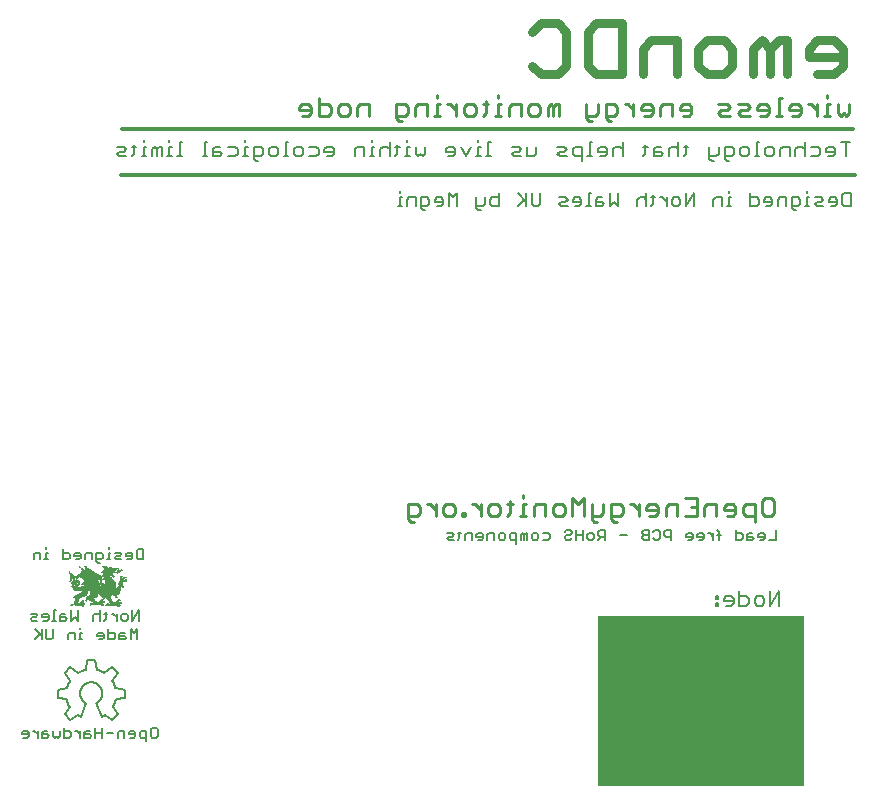
<source format=gbo>
G75*
%MOIN*%
%OFA0B0*%
%FSLAX25Y25*%
%IPPOS*%
%LPD*%
%AMOC8*
5,1,8,0,0,1.08239X$1,22.5*
%
%ADD10C,0.01100*%
%ADD11C,0.00600*%
%ADD12R,0.00025X0.00025*%
%ADD13R,0.00050X0.00025*%
%ADD14R,0.00075X0.00025*%
%ADD15R,0.00100X0.00025*%
%ADD16R,0.00225X0.00025*%
%ADD17R,0.00100X0.00025*%
%ADD18R,0.00350X0.00025*%
%ADD19R,0.00150X0.00025*%
%ADD20R,0.00425X0.00025*%
%ADD21R,0.00175X0.00025*%
%ADD22R,0.00500X0.00025*%
%ADD23R,0.00200X0.00025*%
%ADD24R,0.00550X0.00025*%
%ADD25R,0.00025X0.00025*%
%ADD26R,0.00200X0.00025*%
%ADD27R,0.00600X0.00025*%
%ADD28R,0.00250X0.00025*%
%ADD29R,0.00675X0.00025*%
%ADD30R,0.00275X0.00025*%
%ADD31R,0.00725X0.00025*%
%ADD32R,0.00050X0.00025*%
%ADD33R,0.00325X0.00025*%
%ADD34R,0.00775X0.00025*%
%ADD35R,0.00075X0.00025*%
%ADD36R,0.00325X0.00025*%
%ADD37R,0.00825X0.00025*%
%ADD38R,0.00075X0.00025*%
%ADD39R,0.00450X0.00025*%
%ADD40R,0.01200X0.00025*%
%ADD41R,0.00275X0.00025*%
%ADD42R,0.00125X0.00025*%
%ADD43R,0.00125X0.00025*%
%ADD44R,0.00575X0.00025*%
%ADD45R,0.00600X0.00025*%
%ADD46R,0.00025X0.00025*%
%ADD47R,0.01225X0.00025*%
%ADD48R,0.00325X0.00025*%
%ADD49R,0.00150X0.00025*%
%ADD50R,0.00175X0.00025*%
%ADD51R,0.00650X0.00025*%
%ADD52R,0.00825X0.00025*%
%ADD53R,0.01225X0.00025*%
%ADD54R,0.00650X0.00025*%
%ADD55R,0.00350X0.00025*%
%ADD56R,0.00175X0.00025*%
%ADD57R,0.00975X0.00025*%
%ADD58R,0.01050X0.00025*%
%ADD59R,0.01250X0.00025*%
%ADD60R,0.01000X0.00025*%
%ADD61R,0.00400X0.00025*%
%ADD62R,0.00225X0.00025*%
%ADD63R,0.01175X0.00025*%
%ADD64R,0.00125X0.00025*%
%ADD65R,0.01325X0.00025*%
%ADD66R,0.00475X0.00025*%
%ADD67R,0.01025X0.00025*%
%ADD68R,0.01275X0.00025*%
%ADD69R,0.00375X0.00025*%
%ADD70R,0.02750X0.00025*%
%ADD71R,0.00900X0.00025*%
%ADD72R,0.01100X0.00025*%
%ADD73R,0.01400X0.00025*%
%ADD74R,0.00700X0.00025*%
%ADD75R,0.02775X0.00025*%
%ADD76R,0.00950X0.00025*%
%ADD77R,0.01175X0.00025*%
%ADD78R,0.01600X0.00025*%
%ADD79R,0.00725X0.00025*%
%ADD80R,0.02850X0.00025*%
%ADD81R,0.02825X0.00025*%
%ADD82R,0.00750X0.00025*%
%ADD83R,0.02900X0.00025*%
%ADD84R,0.00075X0.00025*%
%ADD85R,0.02850X0.00025*%
%ADD86R,0.00800X0.00025*%
%ADD87R,0.03000X0.00025*%
%ADD88R,0.00250X0.00025*%
%ADD89R,0.00850X0.00025*%
%ADD90R,0.04600X0.00025*%
%ADD91R,0.00875X0.00025*%
%ADD92R,0.04575X0.00025*%
%ADD93R,0.00875X0.00025*%
%ADD94R,0.04550X0.00025*%
%ADD95R,0.00775X0.00025*%
%ADD96R,0.00900X0.00025*%
%ADD97R,0.04475X0.00025*%
%ADD98R,0.00800X0.00025*%
%ADD99R,0.04425X0.00025*%
%ADD100R,0.00825X0.00025*%
%ADD101R,0.00175X0.00025*%
%ADD102R,0.02825X0.00025*%
%ADD103R,0.00925X0.00025*%
%ADD104R,0.04400X0.00025*%
%ADD105R,0.02800X0.00025*%
%ADD106R,0.00950X0.00025*%
%ADD107R,0.04350X0.00025*%
%ADD108R,0.00850X0.00025*%
%ADD109R,0.00750X0.00025*%
%ADD110R,0.00450X0.00025*%
%ADD111R,0.04000X0.00025*%
%ADD112R,0.04250X0.00025*%
%ADD113R,0.01025X0.00025*%
%ADD114R,0.03550X0.00025*%
%ADD115R,0.04150X0.00025*%
%ADD116R,0.01150X0.00025*%
%ADD117R,0.01075X0.00025*%
%ADD118R,0.03525X0.00025*%
%ADD119R,0.03975X0.00025*%
%ADD120R,0.00925X0.00025*%
%ADD121R,0.01275X0.00025*%
%ADD122R,0.01125X0.00025*%
%ADD123R,0.03525X0.00025*%
%ADD124R,0.03800X0.00025*%
%ADD125R,0.02425X0.00025*%
%ADD126R,0.03475X0.00025*%
%ADD127R,0.02525X0.00025*%
%ADD128R,0.02475X0.00025*%
%ADD129R,0.01325X0.00025*%
%ADD130R,0.03475X0.00025*%
%ADD131R,0.02275X0.00025*%
%ADD132R,0.02625X0.00025*%
%ADD133R,0.01575X0.00025*%
%ADD134R,0.00300X0.00025*%
%ADD135R,0.02750X0.00025*%
%ADD136R,0.00625X0.00025*%
%ADD137R,0.01950X0.00025*%
%ADD138R,0.04350X0.00025*%
%ADD139R,0.03050X0.00025*%
%ADD140R,0.01925X0.00025*%
%ADD141R,0.04325X0.00025*%
%ADD142R,0.02925X0.00025*%
%ADD143R,0.01975X0.00025*%
%ADD144R,0.04275X0.00025*%
%ADD145R,0.02925X0.00025*%
%ADD146R,0.00225X0.00025*%
%ADD147R,0.02100X0.00025*%
%ADD148R,0.04200X0.00025*%
%ADD149R,0.03250X0.00025*%
%ADD150R,0.02200X0.00025*%
%ADD151R,0.04150X0.00025*%
%ADD152R,0.03200X0.00025*%
%ADD153R,0.02450X0.00025*%
%ADD154R,0.04100X0.00025*%
%ADD155R,0.03200X0.00025*%
%ADD156R,0.03125X0.00025*%
%ADD157R,0.03175X0.00025*%
%ADD158R,0.03175X0.00025*%
%ADD159R,0.03750X0.00025*%
%ADD160R,0.03150X0.00025*%
%ADD161R,0.03225X0.00025*%
%ADD162R,0.03750X0.00025*%
%ADD163R,0.03150X0.00025*%
%ADD164R,0.02725X0.00025*%
%ADD165R,0.03275X0.00025*%
%ADD166R,0.02700X0.00025*%
%ADD167R,0.01825X0.00025*%
%ADD168R,0.01225X0.00025*%
%ADD169R,0.03300X0.00025*%
%ADD170R,0.02675X0.00025*%
%ADD171R,0.03725X0.00025*%
%ADD172R,0.02675X0.00025*%
%ADD173R,0.01075X0.00025*%
%ADD174R,0.01000X0.00025*%
%ADD175R,0.02775X0.00025*%
%ADD176R,0.00525X0.00025*%
%ADD177R,0.03775X0.00025*%
%ADD178R,0.02925X0.00025*%
%ADD179R,0.00300X0.00025*%
%ADD180R,0.00425X0.00025*%
%ADD181R,0.03775X0.00025*%
%ADD182R,0.02975X0.00025*%
%ADD183R,0.00425X0.00025*%
%ADD184R,0.00575X0.00025*%
%ADD185R,0.03100X0.00025*%
%ADD186R,0.01025X0.00025*%
%ADD187R,0.00675X0.00025*%
%ADD188R,0.02800X0.00025*%
%ADD189R,0.03225X0.00025*%
%ADD190R,0.01750X0.00025*%
%ADD191R,0.03275X0.00025*%
%ADD192R,0.00725X0.00025*%
%ADD193R,0.01575X0.00025*%
%ADD194R,0.03350X0.00025*%
%ADD195R,0.00700X0.00025*%
%ADD196R,0.01550X0.00025*%
%ADD197R,0.01575X0.00025*%
%ADD198R,0.01600X0.00025*%
%ADD199R,0.01500X0.00025*%
%ADD200R,0.01475X0.00025*%
%ADD201R,0.01550X0.00025*%
%ADD202R,0.00625X0.00025*%
%ADD203R,0.01475X0.00025*%
%ADD204R,0.01425X0.00025*%
%ADD205R,0.01450X0.00025*%
%ADD206R,0.01475X0.00025*%
%ADD207R,0.01425X0.00025*%
%ADD208R,0.01425X0.00025*%
%ADD209R,0.00675X0.00025*%
%ADD210R,0.01700X0.00025*%
%ADD211R,0.01425X0.00025*%
%ADD212R,0.00675X0.00025*%
%ADD213R,0.01450X0.00025*%
%ADD214R,0.01650X0.00025*%
%ADD215R,0.01400X0.00025*%
%ADD216R,0.01625X0.00025*%
%ADD217R,0.01500X0.00025*%
%ADD218R,0.00025X0.00025*%
%ADD219R,0.00625X0.00025*%
%ADD220R,0.01375X0.00025*%
%ADD221R,0.00825X0.00025*%
%ADD222R,0.01375X0.00025*%
%ADD223R,0.00625X0.00025*%
%ADD224R,0.01375X0.00025*%
%ADD225R,0.00775X0.00025*%
%ADD226R,0.01350X0.00025*%
%ADD227R,0.01350X0.00025*%
%ADD228R,0.01025X0.00025*%
%ADD229R,0.00575X0.00025*%
%ADD230R,0.00550X0.00025*%
%ADD231R,0.00475X0.00025*%
%ADD232R,0.01050X0.00025*%
%ADD233R,0.00525X0.00025*%
%ADD234R,0.00500X0.00025*%
%ADD235R,0.01325X0.00025*%
%ADD236R,0.01525X0.00025*%
%ADD237R,0.01300X0.00025*%
%ADD238R,0.01300X0.00025*%
%ADD239R,0.00275X0.00025*%
%ADD240R,0.01075X0.00025*%
%ADD241R,0.00275X0.00025*%
%ADD242R,0.01075X0.00025*%
%ADD243R,0.01675X0.00025*%
%ADD244R,0.01725X0.00025*%
%ADD245R,0.00225X0.00025*%
%ADD246R,0.01800X0.00025*%
%ADD247R,0.01100X0.00025*%
%ADD248R,0.01875X0.00025*%
%ADD249R,0.01325X0.00025*%
%ADD250R,0.01900X0.00025*%
%ADD251R,0.02000X0.00025*%
%ADD252R,0.00525X0.00025*%
%ADD253R,0.01125X0.00025*%
%ADD254R,0.00125X0.00025*%
%ADD255R,0.02725X0.00025*%
%ADD256R,0.01125X0.00025*%
%ADD257R,0.02725X0.00025*%
%ADD258R,0.01150X0.00025*%
%ADD259R,0.02675X0.00025*%
%ADD260R,0.02650X0.00025*%
%ADD261R,0.02650X0.00025*%
%ADD262R,0.01175X0.00025*%
%ADD263R,0.02600X0.00025*%
%ADD264R,0.02600X0.00025*%
%ADD265R,0.01200X0.00025*%
%ADD266R,0.01225X0.00025*%
%ADD267R,0.00375X0.00025*%
%ADD268R,0.02550X0.00025*%
%ADD269R,0.01275X0.00025*%
%ADD270R,0.02550X0.00025*%
%ADD271R,0.00400X0.00025*%
%ADD272R,0.02525X0.00025*%
%ADD273R,0.00425X0.00025*%
%ADD274R,0.02500X0.00025*%
%ADD275R,0.02475X0.00025*%
%ADD276R,0.01525X0.00025*%
%ADD277R,0.02450X0.00025*%
%ADD278R,0.01525X0.00025*%
%ADD279R,0.02425X0.00025*%
%ADD280R,0.01625X0.00025*%
%ADD281R,0.02425X0.00025*%
%ADD282R,0.02400X0.00025*%
%ADD283R,0.01475X0.00025*%
%ADD284R,0.02400X0.00025*%
%ADD285R,0.01575X0.00025*%
%ADD286R,0.02500X0.00025*%
%ADD287R,0.03050X0.00025*%
%ADD288R,0.03075X0.00025*%
%ADD289R,0.02275X0.00025*%
%ADD290R,0.03075X0.00025*%
%ADD291R,0.03075X0.00025*%
%ADD292R,0.02325X0.00025*%
%ADD293R,0.02525X0.00025*%
%ADD294R,0.02350X0.00025*%
%ADD295R,0.03100X0.00025*%
%ADD296R,0.00475X0.00025*%
%ADD297R,0.03125X0.00025*%
%ADD298R,0.03125X0.00025*%
%ADD299R,0.02875X0.00025*%
%ADD300R,0.02625X0.00025*%
%ADD301R,0.02875X0.00025*%
%ADD302R,0.03025X0.00025*%
%ADD303R,0.00575X0.00025*%
%ADD304R,0.03225X0.00025*%
%ADD305R,0.03075X0.00025*%
%ADD306R,0.03300X0.00025*%
%ADD307R,0.03125X0.00025*%
%ADD308R,0.03325X0.00025*%
%ADD309R,0.03375X0.00025*%
%ADD310R,0.03000X0.00025*%
%ADD311R,0.03400X0.00025*%
%ADD312R,0.03400X0.00025*%
%ADD313R,0.03425X0.00025*%
%ADD314R,0.03250X0.00025*%
%ADD315R,0.02950X0.00025*%
%ADD316R,0.03425X0.00025*%
%ADD317R,0.03275X0.00025*%
%ADD318R,0.03450X0.00025*%
%ADD319R,0.02900X0.00025*%
%ADD320R,0.03425X0.00025*%
%ADD321R,0.03325X0.00025*%
%ADD322R,0.03350X0.00025*%
%ADD323R,0.03375X0.00025*%
%ADD324R,0.03500X0.00025*%
%ADD325R,0.03325X0.00025*%
%ADD326R,0.03550X0.00025*%
%ADD327R,0.03625X0.00025*%
%ADD328R,0.02725X0.00025*%
%ADD329R,0.03650X0.00025*%
%ADD330R,0.02700X0.00025*%
%ADD331R,0.01625X0.00025*%
%ADD332R,0.02675X0.00025*%
%ADD333R,0.01675X0.00025*%
%ADD334R,0.03775X0.00025*%
%ADD335R,0.01725X0.00025*%
%ADD336R,0.03825X0.00025*%
%ADD337R,0.01775X0.00025*%
%ADD338R,0.03875X0.00025*%
%ADD339R,0.02925X0.00025*%
%ADD340R,0.01850X0.00025*%
%ADD341R,0.03925X0.00025*%
%ADD342R,0.05875X0.00025*%
%ADD343R,0.02575X0.00025*%
%ADD344R,0.05925X0.00025*%
%ADD345R,0.02575X0.00025*%
%ADD346R,0.06000X0.00025*%
%ADD347R,0.02575X0.00025*%
%ADD348R,0.06025X0.00025*%
%ADD349R,0.06075X0.00025*%
%ADD350R,0.06125X0.00025*%
%ADD351R,0.06200X0.00025*%
%ADD352R,0.06250X0.00025*%
%ADD353R,0.06300X0.00025*%
%ADD354R,0.06350X0.00025*%
%ADD355R,0.02575X0.00025*%
%ADD356R,0.06425X0.00025*%
%ADD357R,0.06450X0.00025*%
%ADD358R,0.02475X0.00025*%
%ADD359R,0.06500X0.00025*%
%ADD360R,0.06550X0.00025*%
%ADD361R,0.06625X0.00025*%
%ADD362R,0.06700X0.00025*%
%ADD363R,0.06775X0.00025*%
%ADD364R,0.02375X0.00025*%
%ADD365R,0.06850X0.00025*%
%ADD366R,0.02375X0.00025*%
%ADD367R,0.06900X0.00025*%
%ADD368R,0.07000X0.00025*%
%ADD369R,0.02350X0.00025*%
%ADD370R,0.02325X0.00025*%
%ADD371R,0.07125X0.00025*%
%ADD372R,0.02300X0.00025*%
%ADD373R,0.09525X0.00025*%
%ADD374R,0.09550X0.00025*%
%ADD375R,0.02250X0.00025*%
%ADD376R,0.09550X0.00025*%
%ADD377R,0.02225X0.00025*%
%ADD378R,0.09600X0.00025*%
%ADD379R,0.02225X0.00025*%
%ADD380R,0.09600X0.00025*%
%ADD381R,0.09625X0.00025*%
%ADD382R,0.02175X0.00025*%
%ADD383R,0.09625X0.00025*%
%ADD384R,0.02150X0.00025*%
%ADD385R,0.09675X0.00025*%
%ADD386R,0.02150X0.00025*%
%ADD387R,0.09675X0.00025*%
%ADD388R,0.02125X0.00025*%
%ADD389R,0.09700X0.00025*%
%ADD390R,0.02100X0.00025*%
%ADD391R,0.09725X0.00025*%
%ADD392R,0.02075X0.00025*%
%ADD393R,0.09750X0.00025*%
%ADD394R,0.02050X0.00025*%
%ADD395R,0.09775X0.00025*%
%ADD396R,0.02050X0.00025*%
%ADD397R,0.09775X0.00025*%
%ADD398R,0.09825X0.00025*%
%ADD399R,0.09825X0.00025*%
%ADD400R,0.09875X0.00025*%
%ADD401R,0.09900X0.00025*%
%ADD402R,0.09900X0.00025*%
%ADD403R,0.09950X0.00025*%
%ADD404R,0.09975X0.00025*%
%ADD405R,0.10025X0.00025*%
%ADD406R,0.10075X0.00025*%
%ADD407R,0.10100X0.00025*%
%ADD408R,0.02125X0.00025*%
%ADD409R,0.10125X0.00025*%
%ADD410R,0.02125X0.00025*%
%ADD411R,0.10175X0.00025*%
%ADD412R,0.10200X0.00025*%
%ADD413R,0.02175X0.00025*%
%ADD414R,0.10275X0.00025*%
%ADD415R,0.10325X0.00025*%
%ADD416R,0.10400X0.00025*%
%ADD417R,0.02300X0.00025*%
%ADD418R,0.12725X0.00025*%
%ADD419R,0.12725X0.00025*%
%ADD420R,0.01800X0.00025*%
%ADD421R,0.02025X0.00025*%
%ADD422R,0.12725X0.00025*%
%ADD423R,0.15225X0.00025*%
%ADD424R,0.15275X0.00025*%
%ADD425R,0.15325X0.00025*%
%ADD426R,0.15400X0.00025*%
%ADD427R,0.15425X0.00025*%
%ADD428R,0.15475X0.00025*%
%ADD429R,0.15500X0.00025*%
%ADD430R,0.15550X0.00025*%
%ADD431R,0.15600X0.00025*%
%ADD432R,0.15625X0.00025*%
%ADD433R,0.15650X0.00025*%
%ADD434R,0.15675X0.00025*%
%ADD435R,0.15750X0.00025*%
%ADD436R,0.15775X0.00025*%
%ADD437R,0.15800X0.00025*%
%ADD438R,0.15800X0.00025*%
%ADD439R,0.15825X0.00025*%
%ADD440R,0.15875X0.00025*%
%ADD441R,0.15900X0.00025*%
%ADD442R,0.15925X0.00025*%
%ADD443R,0.15925X0.00025*%
%ADD444R,0.03700X0.00025*%
%ADD445R,0.12250X0.00025*%
%ADD446R,0.12250X0.00025*%
%ADD447R,0.03725X0.00025*%
%ADD448R,0.12225X0.00025*%
%ADD449R,0.03775X0.00025*%
%ADD450R,0.02025X0.00025*%
%ADD451R,0.02075X0.00025*%
%ADD452R,0.02075X0.00025*%
%ADD453R,0.12225X0.00025*%
%ADD454R,0.12200X0.00025*%
%ADD455R,0.12225X0.00025*%
%ADD456R,0.12175X0.00025*%
%ADD457R,0.12175X0.00025*%
%ADD458R,0.02175X0.00025*%
%ADD459R,0.09675X0.00025*%
%ADD460R,0.02200X0.00025*%
%ADD461R,0.00325X0.00025*%
%ADD462R,0.02225X0.00025*%
%ADD463R,0.09375X0.00025*%
%ADD464R,0.09175X0.00025*%
%ADD465R,0.00525X0.00025*%
%ADD466R,0.00975X0.00025*%
%ADD467R,0.08975X0.00025*%
%ADD468R,0.08775X0.00025*%
%ADD469R,0.08225X0.00025*%
%ADD470R,0.01275X0.00025*%
%ADD471R,0.00925X0.00025*%
%ADD472R,0.07000X0.00025*%
%ADD473R,0.06700X0.00025*%
%ADD474R,0.06400X0.00025*%
%ADD475R,0.06275X0.00025*%
%ADD476R,0.06150X0.00025*%
%ADD477R,0.06050X0.00025*%
%ADD478R,0.05950X0.00025*%
%ADD479R,0.05875X0.00025*%
%ADD480R,0.00975X0.00025*%
%ADD481R,0.03625X0.00025*%
%ADD482R,0.05775X0.00025*%
%ADD483R,0.03950X0.00025*%
%ADD484R,0.05675X0.00025*%
%ADD485R,0.04225X0.00025*%
%ADD486R,0.05600X0.00025*%
%ADD487R,0.04325X0.00025*%
%ADD488R,0.05550X0.00025*%
%ADD489R,0.04425X0.00025*%
%ADD490R,0.05475X0.00025*%
%ADD491R,0.04500X0.00025*%
%ADD492R,0.05400X0.00025*%
%ADD493R,0.00925X0.00025*%
%ADD494R,0.05300X0.00025*%
%ADD495R,0.04625X0.00025*%
%ADD496R,0.05225X0.00025*%
%ADD497R,0.04675X0.00025*%
%ADD498R,0.05175X0.00025*%
%ADD499R,0.04725X0.00025*%
%ADD500R,0.05100X0.00025*%
%ADD501R,0.04750X0.00025*%
%ADD502R,0.05025X0.00025*%
%ADD503R,0.04800X0.00025*%
%ADD504R,0.04975X0.00025*%
%ADD505R,0.04825X0.00025*%
%ADD506R,0.04900X0.00025*%
%ADD507R,0.04850X0.00025*%
%ADD508R,0.04875X0.00025*%
%ADD509R,0.04875X0.00025*%
%ADD510R,0.04675X0.00025*%
%ADD511R,0.01525X0.00025*%
%ADD512R,0.04925X0.00025*%
%ADD513R,0.04525X0.00025*%
%ADD514R,0.04950X0.00025*%
%ADD515R,0.04475X0.00025*%
%ADD516R,0.00375X0.00025*%
%ADD517R,0.04950X0.00025*%
%ADD518R,0.04425X0.00025*%
%ADD519R,0.04975X0.00025*%
%ADD520R,0.04500X0.00025*%
%ADD521R,0.00375X0.00025*%
%ADD522R,0.05000X0.00025*%
%ADD523R,0.01650X0.00025*%
%ADD524R,0.05000X0.00025*%
%ADD525R,0.05125X0.00025*%
%ADD526R,0.00725X0.00025*%
%ADD527R,0.05025X0.00025*%
%ADD528R,0.01125X0.00025*%
%ADD529R,0.05050X0.00025*%
%ADD530R,0.04925X0.00025*%
%ADD531R,0.05050X0.00025*%
%ADD532R,0.04825X0.00025*%
%ADD533R,0.03575X0.00025*%
%ADD534R,0.04650X0.00025*%
%ADD535R,0.04575X0.00025*%
%ADD536R,0.04450X0.00025*%
%ADD537R,0.04375X0.00025*%
%ADD538R,0.00975X0.00025*%
%ADD539R,0.04175X0.00025*%
%ADD540R,0.04100X0.00025*%
%ADD541R,0.04025X0.00025*%
%ADD542R,0.03175X0.00025*%
%ADD543R,0.03175X0.00025*%
%ADD544R,0.03700X0.00025*%
%ADD545R,0.03625X0.00025*%
%ADD546R,0.00875X0.00025*%
%ADD547R,0.02825X0.00025*%
%ADD548R,0.03575X0.00025*%
%ADD549R,0.00875X0.00025*%
%ADD550R,0.01175X0.00025*%
%ADD551R,0.03500X0.00025*%
%ADD552R,0.01875X0.00025*%
%ADD553R,0.01950X0.00025*%
%ADD554R,0.01775X0.00025*%
%ADD555R,0.03275X0.00025*%
%ADD556R,0.02125X0.00025*%
%ADD557R,0.02325X0.00025*%
%ADD558R,0.02975X0.00025*%
%ADD559R,0.01375X0.00025*%
%ADD560R,0.02375X0.00025*%
%ADD561R,0.02025X0.00025*%
%ADD562R,0.02825X0.00025*%
%ADD563R,0.03575X0.00025*%
%ADD564R,0.02025X0.00025*%
%ADD565R,0.04200X0.00025*%
%ADD566R,0.04400X0.00025*%
%ADD567R,0.02250X0.00025*%
%ADD568R,0.01925X0.00025*%
%ADD569R,0.02175X0.00025*%
%ADD570R,0.02775X0.00025*%
%ADD571R,0.04575X0.00025*%
%ADD572R,0.01825X0.00025*%
%ADD573R,0.04525X0.00025*%
%ADD574R,0.01775X0.00025*%
%ADD575R,0.04375X0.00025*%
%ADD576R,0.04325X0.00025*%
%ADD577R,0.04050X0.00025*%
%ADD578R,0.02775X0.00025*%
%ADD579R,0.03925X0.00025*%
%ADD580R,0.03875X0.00025*%
%ADD581R,0.03800X0.00025*%
%ADD582R,0.03675X0.00025*%
%ADD583R,0.03625X0.00025*%
%ADD584R,0.03600X0.00025*%
%ADD585R,0.02875X0.00025*%
%ADD586R,0.03475X0.00025*%
%ADD587R,0.03375X0.00025*%
%ADD588R,0.03025X0.00025*%
%ADD589R,0.02950X0.00025*%
%ADD590R,0.02325X0.00025*%
%ADD591R,0.01875X0.00025*%
%ADD592R,0.01925X0.00025*%
%ADD593R,0.01250X0.00025*%
%ADD594R,0.01900X0.00025*%
%ADD595R,0.01875X0.00025*%
%ADD596R,0.02075X0.00025*%
%ADD597R,0.01700X0.00025*%
%ADD598R,0.01675X0.00025*%
%ADD599R,0.01725X0.00025*%
%ADD600R,0.01750X0.00025*%
%ADD601R,0.03925X0.00025*%
%ADD602R,0.01850X0.00025*%
%ADD603R,0.04775X0.00025*%
%ADD604R,0.02525X0.00025*%
%ADD605R,0.01975X0.00025*%
%ADD606R,0.02475X0.00025*%
%ADD607R,0.05025X0.00025*%
%ADD608R,0.05100X0.00025*%
%ADD609R,0.05175X0.00025*%
%ADD610R,0.05275X0.00025*%
%ADD611R,0.05350X0.00025*%
%ADD612R,0.05375X0.00025*%
%ADD613R,0.05075X0.00025*%
%ADD614R,0.04725X0.00025*%
%ADD615R,0.02000X0.00025*%
%ADD616R,0.04325X0.00025*%
%ADD617R,0.01975X0.00025*%
%ADD618R,0.04225X0.00025*%
%ADD619R,0.04125X0.00025*%
%ADD620R,0.04050X0.00025*%
%ADD621R,0.03975X0.00025*%
%ADD622R,0.03325X0.00025*%
%ADD623R,0.02875X0.00025*%
%ADD624R,0.01825X0.00025*%
%ADD625R,0.01825X0.00025*%
%ADD626R,0.02275X0.00025*%
%ADD627R,0.00475X0.00025*%
%ADD628R,0.05175X0.00025*%
%ADD629R,0.05325X0.00025*%
%ADD630R,0.05975X0.00025*%
%ADD631R,0.01725X0.00025*%
%ADD632R,0.06000X0.00025*%
%ADD633R,0.04125X0.00025*%
%ADD634R,0.01675X0.00025*%
%ADD635R,0.00025X0.00025*%
%ADD636R,0.01625X0.00025*%
%ADD637R,0.01775X0.00025*%
%ADD638R,0.04175X0.00025*%
%ADD639C,0.01200*%
%ADD640C,0.03000*%
%ADD641C,0.00800*%
%ADD642R,0.69000X0.57000*%
D10*
X0212673Y0177797D02*
X0212673Y0182718D01*
X0215625Y0182718D01*
X0216609Y0181734D01*
X0216609Y0179765D01*
X0215625Y0178781D01*
X0212673Y0178781D01*
X0212673Y0177797D02*
X0213657Y0176813D01*
X0214641Y0176813D01*
X0221981Y0178781D02*
X0221981Y0182718D01*
X0221981Y0180750D02*
X0220012Y0182718D01*
X0219028Y0182718D01*
X0224489Y0181734D02*
X0225474Y0182718D01*
X0227442Y0182718D01*
X0228426Y0181734D01*
X0228426Y0179765D01*
X0227442Y0178781D01*
X0225474Y0178781D01*
X0224489Y0179765D01*
X0224489Y0181734D01*
X0230665Y0179765D02*
X0230665Y0178781D01*
X0231649Y0178781D01*
X0231649Y0179765D01*
X0230665Y0179765D01*
X0234068Y0182718D02*
X0235052Y0182718D01*
X0237020Y0180750D01*
X0237020Y0182718D02*
X0237020Y0178781D01*
X0239529Y0179765D02*
X0239529Y0181734D01*
X0240513Y0182718D01*
X0242481Y0182718D01*
X0243466Y0181734D01*
X0243466Y0179765D01*
X0242481Y0178781D01*
X0240513Y0178781D01*
X0239529Y0179765D01*
X0245794Y0178781D02*
X0246778Y0179765D01*
X0246778Y0183702D01*
X0245794Y0182718D02*
X0247763Y0182718D01*
X0251075Y0182718D02*
X0251075Y0178781D01*
X0250091Y0178781D02*
X0252060Y0178781D01*
X0254568Y0178781D02*
X0254568Y0181734D01*
X0255553Y0182718D01*
X0258505Y0182718D01*
X0258505Y0178781D01*
X0261014Y0179765D02*
X0261014Y0181734D01*
X0261998Y0182718D01*
X0263966Y0182718D01*
X0264951Y0181734D01*
X0264951Y0179765D01*
X0263966Y0178781D01*
X0261998Y0178781D01*
X0261014Y0179765D01*
X0267459Y0178781D02*
X0267459Y0184686D01*
X0269428Y0182718D01*
X0271396Y0184686D01*
X0271396Y0178781D01*
X0273905Y0178781D02*
X0276857Y0178781D01*
X0277842Y0179765D01*
X0277842Y0182718D01*
X0280350Y0182718D02*
X0283303Y0182718D01*
X0284287Y0181734D01*
X0284287Y0179765D01*
X0283303Y0178781D01*
X0280350Y0178781D01*
X0280350Y0177797D02*
X0280350Y0182718D01*
X0286706Y0182718D02*
X0287690Y0182718D01*
X0289658Y0180750D01*
X0289658Y0182718D02*
X0289658Y0178781D01*
X0292167Y0180750D02*
X0296104Y0180750D01*
X0296104Y0181734D02*
X0295120Y0182718D01*
X0293151Y0182718D01*
X0292167Y0181734D01*
X0292167Y0180750D01*
X0293151Y0178781D02*
X0295120Y0178781D01*
X0296104Y0179765D01*
X0296104Y0181734D01*
X0298613Y0181734D02*
X0299597Y0182718D01*
X0302549Y0182718D01*
X0302549Y0178781D01*
X0305058Y0178781D02*
X0308995Y0178781D01*
X0308995Y0184686D01*
X0305058Y0184686D01*
X0307026Y0181734D02*
X0308995Y0181734D01*
X0311504Y0181734D02*
X0312488Y0182718D01*
X0315440Y0182718D01*
X0315440Y0178781D01*
X0317949Y0180750D02*
X0321886Y0180750D01*
X0321886Y0181734D02*
X0320902Y0182718D01*
X0318933Y0182718D01*
X0317949Y0181734D01*
X0317949Y0180750D01*
X0318933Y0178781D02*
X0320902Y0178781D01*
X0321886Y0179765D01*
X0321886Y0181734D01*
X0324395Y0181734D02*
X0324395Y0179765D01*
X0325379Y0178781D01*
X0328331Y0178781D01*
X0328331Y0176813D02*
X0328331Y0182718D01*
X0325379Y0182718D01*
X0324395Y0181734D01*
X0330840Y0183702D02*
X0331824Y0184686D01*
X0333793Y0184686D01*
X0334777Y0183702D01*
X0334777Y0179765D01*
X0333793Y0178781D01*
X0331824Y0178781D01*
X0330840Y0179765D01*
X0330840Y0183702D01*
X0311504Y0181734D02*
X0311504Y0178781D01*
X0298613Y0178781D02*
X0298613Y0181734D01*
X0282319Y0176813D02*
X0281335Y0176813D01*
X0280350Y0177797D01*
X0275873Y0176813D02*
X0274889Y0176813D01*
X0273905Y0177797D01*
X0273905Y0182718D01*
X0252060Y0182718D02*
X0251075Y0182718D01*
X0251075Y0184686D02*
X0251075Y0185671D01*
X0273115Y0310315D02*
X0274099Y0310315D01*
X0273115Y0310315D02*
X0272130Y0311299D01*
X0272130Y0316220D01*
X0272130Y0312283D02*
X0275083Y0312283D01*
X0276067Y0313267D01*
X0276067Y0316220D01*
X0278576Y0316220D02*
X0281528Y0316220D01*
X0282513Y0315236D01*
X0282513Y0313267D01*
X0281528Y0312283D01*
X0278576Y0312283D01*
X0278576Y0311299D02*
X0278576Y0316220D01*
X0278576Y0311299D02*
X0279560Y0310315D01*
X0280544Y0310315D01*
X0284931Y0316220D02*
X0285916Y0316220D01*
X0287884Y0314251D01*
X0287884Y0312283D02*
X0287884Y0316220D01*
X0290393Y0315236D02*
X0290393Y0314251D01*
X0294329Y0314251D01*
X0294329Y0313267D02*
X0294329Y0315236D01*
X0293345Y0316220D01*
X0291377Y0316220D01*
X0290393Y0315236D01*
X0291377Y0312283D02*
X0293345Y0312283D01*
X0294329Y0313267D01*
X0296838Y0312283D02*
X0296838Y0315236D01*
X0297822Y0316220D01*
X0300775Y0316220D01*
X0300775Y0312283D01*
X0303284Y0314251D02*
X0307220Y0314251D01*
X0307220Y0313267D02*
X0307220Y0315236D01*
X0306236Y0316220D01*
X0304268Y0316220D01*
X0303284Y0315236D01*
X0303284Y0314251D01*
X0304268Y0312283D02*
X0306236Y0312283D01*
X0307220Y0313267D01*
X0316175Y0313267D02*
X0317159Y0314251D01*
X0319127Y0314251D01*
X0320111Y0315236D01*
X0319127Y0316220D01*
X0316175Y0316220D01*
X0316175Y0313267D02*
X0317159Y0312283D01*
X0320111Y0312283D01*
X0322620Y0313267D02*
X0323604Y0314251D01*
X0325573Y0314251D01*
X0326557Y0315236D01*
X0325573Y0316220D01*
X0322620Y0316220D01*
X0322620Y0313267D02*
X0323604Y0312283D01*
X0326557Y0312283D01*
X0329066Y0314251D02*
X0333002Y0314251D01*
X0333002Y0313267D02*
X0333002Y0315236D01*
X0332018Y0316220D01*
X0330050Y0316220D01*
X0329066Y0315236D01*
X0329066Y0314251D01*
X0330050Y0312283D02*
X0332018Y0312283D01*
X0333002Y0313267D01*
X0335331Y0312283D02*
X0337299Y0312283D01*
X0336315Y0312283D02*
X0336315Y0318188D01*
X0337299Y0318188D01*
X0339808Y0315236D02*
X0339808Y0314251D01*
X0343745Y0314251D01*
X0343745Y0313267D02*
X0343745Y0315236D01*
X0342761Y0316220D01*
X0340792Y0316220D01*
X0339808Y0315236D01*
X0340792Y0312283D02*
X0342761Y0312283D01*
X0343745Y0313267D01*
X0346164Y0316220D02*
X0347148Y0316220D01*
X0349116Y0314251D01*
X0349116Y0312283D02*
X0349116Y0316220D01*
X0352429Y0316220D02*
X0352429Y0312283D01*
X0353413Y0312283D02*
X0351445Y0312283D01*
X0352429Y0316220D02*
X0353413Y0316220D01*
X0352429Y0318188D02*
X0352429Y0319172D01*
X0355922Y0316220D02*
X0355922Y0313267D01*
X0356906Y0312283D01*
X0357890Y0313267D01*
X0358874Y0312283D01*
X0359859Y0313267D01*
X0359859Y0316220D01*
X0263176Y0316220D02*
X0263176Y0312283D01*
X0261208Y0312283D02*
X0261208Y0315236D01*
X0260224Y0316220D01*
X0259239Y0315236D01*
X0259239Y0312283D01*
X0256731Y0313267D02*
X0255747Y0312283D01*
X0253778Y0312283D01*
X0252794Y0313267D01*
X0252794Y0315236D01*
X0253778Y0316220D01*
X0255747Y0316220D01*
X0256731Y0315236D01*
X0256731Y0313267D01*
X0261208Y0315236D02*
X0262192Y0316220D01*
X0263176Y0316220D01*
X0250285Y0316220D02*
X0250285Y0312283D01*
X0246348Y0312283D02*
X0246348Y0315236D01*
X0247333Y0316220D01*
X0250285Y0316220D01*
X0243840Y0316220D02*
X0242856Y0316220D01*
X0242856Y0312283D01*
X0243840Y0312283D02*
X0241871Y0312283D01*
X0238559Y0313267D02*
X0237574Y0312283D01*
X0238559Y0313267D02*
X0238559Y0317204D01*
X0239543Y0316220D02*
X0237574Y0316220D01*
X0235246Y0315236D02*
X0235246Y0313267D01*
X0234262Y0312283D01*
X0232293Y0312283D01*
X0231309Y0313267D01*
X0231309Y0315236D01*
X0232293Y0316220D01*
X0234262Y0316220D01*
X0235246Y0315236D01*
X0228800Y0316220D02*
X0228800Y0312283D01*
X0228800Y0314251D02*
X0226832Y0316220D01*
X0225848Y0316220D01*
X0223429Y0316220D02*
X0222445Y0316220D01*
X0222445Y0312283D01*
X0223429Y0312283D02*
X0221461Y0312283D01*
X0219132Y0312283D02*
X0219132Y0316220D01*
X0216179Y0316220D01*
X0215195Y0315236D01*
X0215195Y0312283D01*
X0212686Y0313267D02*
X0211702Y0312283D01*
X0208750Y0312283D01*
X0208750Y0311299D02*
X0208750Y0316220D01*
X0211702Y0316220D01*
X0212686Y0315236D01*
X0212686Y0313267D01*
X0210718Y0310315D02*
X0209734Y0310315D01*
X0208750Y0311299D01*
X0199795Y0312283D02*
X0199795Y0316220D01*
X0196843Y0316220D01*
X0195859Y0315236D01*
X0195859Y0312283D01*
X0193350Y0313267D02*
X0192366Y0312283D01*
X0190397Y0312283D01*
X0189413Y0313267D01*
X0189413Y0315236D01*
X0190397Y0316220D01*
X0192366Y0316220D01*
X0193350Y0315236D01*
X0193350Y0313267D01*
X0186904Y0313267D02*
X0186904Y0315236D01*
X0185920Y0316220D01*
X0182968Y0316220D01*
X0182968Y0318188D02*
X0182968Y0312283D01*
X0185920Y0312283D01*
X0186904Y0313267D01*
X0180459Y0313267D02*
X0180459Y0315236D01*
X0179475Y0316220D01*
X0177506Y0316220D01*
X0176522Y0315236D01*
X0176522Y0314251D01*
X0180459Y0314251D01*
X0180459Y0313267D02*
X0179475Y0312283D01*
X0177506Y0312283D01*
X0222445Y0318188D02*
X0222445Y0319172D01*
X0242856Y0319172D02*
X0242856Y0318188D01*
D11*
X0085690Y0104831D02*
X0084555Y0104831D01*
X0085690Y0104831D02*
X0086257Y0105398D01*
X0086257Y0106533D01*
X0085690Y0107100D01*
X0084555Y0107100D01*
X0083988Y0106533D01*
X0083988Y0105966D01*
X0086257Y0105966D01*
X0087625Y0107100D02*
X0088192Y0107100D01*
X0089326Y0105966D01*
X0089326Y0107100D02*
X0089326Y0104831D01*
X0090741Y0104831D02*
X0092442Y0104831D01*
X0093009Y0105398D01*
X0092442Y0105966D01*
X0090741Y0105966D01*
X0090741Y0106533D02*
X0090741Y0104831D01*
X0090741Y0106533D02*
X0091308Y0107100D01*
X0092442Y0107100D01*
X0094424Y0107100D02*
X0094424Y0105398D01*
X0094991Y0104831D01*
X0095558Y0105398D01*
X0096125Y0104831D01*
X0096692Y0105398D01*
X0096692Y0107100D01*
X0098107Y0107100D02*
X0099808Y0107100D01*
X0100375Y0106533D01*
X0100375Y0105398D01*
X0099808Y0104831D01*
X0098107Y0104831D01*
X0098107Y0108234D01*
X0100190Y0110731D02*
X0098290Y0112631D01*
X0099990Y0115031D01*
X0098990Y0117731D02*
X0095990Y0118231D01*
X0095990Y0120831D01*
X0098990Y0121431D01*
X0100090Y0123931D02*
X0098290Y0126531D01*
X0100190Y0128331D01*
X0102790Y0126531D01*
X0105290Y0127531D02*
X0105790Y0130731D01*
X0108490Y0130731D01*
X0108990Y0127531D01*
X0111490Y0126531D02*
X0114090Y0128331D01*
X0115990Y0126531D01*
X0114190Y0123931D01*
X0115290Y0121431D02*
X0118290Y0120831D01*
X0118290Y0118231D01*
X0115290Y0117731D01*
X0114290Y0115031D02*
X0115890Y0112631D01*
X0114090Y0110731D01*
X0111690Y0112431D01*
X0110690Y0111831D01*
X0108690Y0116331D01*
X0105490Y0116331D02*
X0103590Y0111831D01*
X0102590Y0112431D01*
X0100190Y0110731D01*
X0101743Y0107100D02*
X0102310Y0107100D01*
X0103445Y0105966D01*
X0103445Y0107100D02*
X0103445Y0104831D01*
X0104859Y0104831D02*
X0106561Y0104831D01*
X0107128Y0105398D01*
X0106561Y0105966D01*
X0104859Y0105966D01*
X0104859Y0106533D02*
X0104859Y0104831D01*
X0104859Y0106533D02*
X0105426Y0107100D01*
X0106561Y0107100D01*
X0108542Y0106533D02*
X0110811Y0106533D01*
X0112226Y0106533D02*
X0114494Y0106533D01*
X0115909Y0106533D02*
X0115909Y0104831D01*
X0115909Y0106533D02*
X0116476Y0107100D01*
X0118177Y0107100D01*
X0118177Y0104831D01*
X0119592Y0105966D02*
X0121860Y0105966D01*
X0121860Y0106533D02*
X0121293Y0107100D01*
X0120159Y0107100D01*
X0119592Y0106533D01*
X0119592Y0105966D01*
X0120159Y0104831D02*
X0121293Y0104831D01*
X0121860Y0105398D01*
X0121860Y0106533D01*
X0123275Y0106533D02*
X0123275Y0105398D01*
X0123842Y0104831D01*
X0125544Y0104831D01*
X0125544Y0103697D02*
X0125544Y0107100D01*
X0123842Y0107100D01*
X0123275Y0106533D01*
X0126958Y0107667D02*
X0127525Y0108234D01*
X0128660Y0108234D01*
X0129227Y0107667D01*
X0129227Y0105398D01*
X0128660Y0104831D01*
X0127525Y0104831D01*
X0126958Y0105398D01*
X0126958Y0107667D01*
X0110811Y0108234D02*
X0110811Y0104831D01*
X0108542Y0104831D02*
X0108542Y0108234D01*
X0099989Y0115026D02*
X0099893Y0115192D01*
X0099800Y0115359D01*
X0099712Y0115529D01*
X0099628Y0115701D01*
X0099548Y0115874D01*
X0099472Y0116050D01*
X0099400Y0116227D01*
X0099333Y0116406D01*
X0099269Y0116587D01*
X0099210Y0116769D01*
X0099156Y0116952D01*
X0099105Y0117137D01*
X0099059Y0117322D01*
X0099018Y0117509D01*
X0098981Y0117697D01*
X0099000Y0121432D02*
X0099050Y0121620D01*
X0099105Y0121807D01*
X0099164Y0121993D01*
X0099228Y0122177D01*
X0099296Y0122360D01*
X0099369Y0122541D01*
X0099446Y0122720D01*
X0099527Y0122897D01*
X0099613Y0123073D01*
X0099702Y0123246D01*
X0099796Y0123417D01*
X0099894Y0123585D01*
X0099996Y0123752D01*
X0100101Y0123915D01*
X0105490Y0116431D02*
X0105383Y0116486D01*
X0105277Y0116543D01*
X0105174Y0116605D01*
X0105072Y0116669D01*
X0104973Y0116737D01*
X0104876Y0116808D01*
X0104781Y0116882D01*
X0104689Y0116959D01*
X0104599Y0117040D01*
X0104512Y0117123D01*
X0104428Y0117209D01*
X0104347Y0117297D01*
X0104269Y0117389D01*
X0104193Y0117483D01*
X0104121Y0117579D01*
X0104052Y0117677D01*
X0103986Y0117778D01*
X0103924Y0117881D01*
X0103865Y0117986D01*
X0103809Y0118092D01*
X0103757Y0118201D01*
X0103709Y0118311D01*
X0103664Y0118423D01*
X0103623Y0118536D01*
X0103586Y0118650D01*
X0103552Y0118766D01*
X0103523Y0118882D01*
X0103497Y0119000D01*
X0103475Y0119118D01*
X0103456Y0119237D01*
X0103442Y0119356D01*
X0103432Y0119476D01*
X0103425Y0119596D01*
X0103423Y0119717D01*
X0103425Y0119837D01*
X0103430Y0119957D01*
X0103439Y0120077D01*
X0103453Y0120197D01*
X0103470Y0120316D01*
X0103491Y0120434D01*
X0103516Y0120552D01*
X0103545Y0120669D01*
X0103578Y0120784D01*
X0103614Y0120899D01*
X0103654Y0121012D01*
X0103698Y0121124D01*
X0103746Y0121235D01*
X0103797Y0121344D01*
X0103851Y0121451D01*
X0103910Y0121556D01*
X0103971Y0121660D01*
X0104036Y0121761D01*
X0104104Y0121860D01*
X0104176Y0121957D01*
X0104250Y0122051D01*
X0104328Y0122143D01*
X0104408Y0122232D01*
X0104492Y0122319D01*
X0104578Y0122403D01*
X0104667Y0122484D01*
X0104759Y0122562D01*
X0104853Y0122637D01*
X0104949Y0122708D01*
X0105048Y0122777D01*
X0105149Y0122842D01*
X0105252Y0122904D01*
X0105357Y0122963D01*
X0105464Y0123018D01*
X0105573Y0123070D01*
X0105683Y0123117D01*
X0105795Y0123162D01*
X0105908Y0123202D01*
X0106023Y0123239D01*
X0106139Y0123272D01*
X0106255Y0123302D01*
X0106373Y0123327D01*
X0106491Y0123349D01*
X0106610Y0123366D01*
X0106730Y0123380D01*
X0106850Y0123390D01*
X0106970Y0123396D01*
X0107090Y0123398D01*
X0107210Y0123396D01*
X0107330Y0123390D01*
X0107450Y0123380D01*
X0107570Y0123366D01*
X0107689Y0123349D01*
X0107807Y0123327D01*
X0107925Y0123302D01*
X0108041Y0123272D01*
X0108157Y0123239D01*
X0108272Y0123202D01*
X0108385Y0123162D01*
X0108497Y0123117D01*
X0108607Y0123070D01*
X0108716Y0123018D01*
X0108823Y0122963D01*
X0108928Y0122904D01*
X0109031Y0122842D01*
X0109132Y0122777D01*
X0109231Y0122708D01*
X0109327Y0122637D01*
X0109421Y0122562D01*
X0109513Y0122484D01*
X0109602Y0122403D01*
X0109688Y0122319D01*
X0109772Y0122232D01*
X0109852Y0122143D01*
X0109930Y0122051D01*
X0110004Y0121957D01*
X0110076Y0121860D01*
X0110144Y0121761D01*
X0110209Y0121660D01*
X0110270Y0121556D01*
X0110329Y0121451D01*
X0110383Y0121344D01*
X0110434Y0121235D01*
X0110482Y0121124D01*
X0110526Y0121012D01*
X0110566Y0120899D01*
X0110602Y0120784D01*
X0110635Y0120669D01*
X0110664Y0120552D01*
X0110689Y0120434D01*
X0110710Y0120316D01*
X0110727Y0120197D01*
X0110741Y0120077D01*
X0110750Y0119957D01*
X0110755Y0119837D01*
X0110757Y0119717D01*
X0110755Y0119596D01*
X0110748Y0119476D01*
X0110738Y0119356D01*
X0110724Y0119237D01*
X0110705Y0119118D01*
X0110683Y0119000D01*
X0110657Y0118882D01*
X0110628Y0118766D01*
X0110594Y0118650D01*
X0110557Y0118536D01*
X0110516Y0118423D01*
X0110471Y0118311D01*
X0110423Y0118201D01*
X0110371Y0118092D01*
X0110315Y0117986D01*
X0110256Y0117881D01*
X0110194Y0117778D01*
X0110128Y0117677D01*
X0110059Y0117579D01*
X0109987Y0117483D01*
X0109911Y0117389D01*
X0109833Y0117297D01*
X0109752Y0117209D01*
X0109668Y0117123D01*
X0109581Y0117040D01*
X0109491Y0116959D01*
X0109399Y0116882D01*
X0109304Y0116808D01*
X0109207Y0116737D01*
X0109108Y0116669D01*
X0109006Y0116605D01*
X0108903Y0116543D01*
X0108797Y0116486D01*
X0108690Y0116431D01*
X0114256Y0115063D02*
X0114359Y0115239D01*
X0114458Y0115418D01*
X0114552Y0115599D01*
X0114642Y0115782D01*
X0114727Y0115968D01*
X0114808Y0116155D01*
X0114884Y0116345D01*
X0114955Y0116536D01*
X0115022Y0116729D01*
X0115083Y0116924D01*
X0115141Y0117120D01*
X0115193Y0117317D01*
X0115240Y0117515D01*
X0115283Y0117715D01*
X0111456Y0126568D02*
X0111284Y0126668D01*
X0111109Y0126765D01*
X0110933Y0126857D01*
X0110754Y0126945D01*
X0110573Y0127029D01*
X0110390Y0127108D01*
X0110206Y0127183D01*
X0110019Y0127254D01*
X0109831Y0127320D01*
X0109642Y0127381D01*
X0109451Y0127438D01*
X0109258Y0127491D01*
X0109065Y0127538D01*
X0114181Y0123878D02*
X0114281Y0123716D01*
X0114378Y0123551D01*
X0114471Y0123384D01*
X0114559Y0123215D01*
X0114644Y0123045D01*
X0114725Y0122872D01*
X0114802Y0122697D01*
X0114875Y0122521D01*
X0114944Y0122343D01*
X0115009Y0122163D01*
X0115070Y0121983D01*
X0115126Y0121800D01*
X0115179Y0121617D01*
X0115227Y0121432D01*
X0105237Y0127556D02*
X0105050Y0127511D01*
X0104864Y0127462D01*
X0104679Y0127408D01*
X0104496Y0127350D01*
X0104314Y0127288D01*
X0104133Y0127222D01*
X0103954Y0127152D01*
X0103777Y0127078D01*
X0103601Y0126999D01*
X0103428Y0126917D01*
X0103256Y0126830D01*
X0103086Y0126740D01*
X0102918Y0126646D01*
X0102753Y0126548D01*
X0102941Y0137646D02*
X0104075Y0137646D01*
X0103508Y0137646D02*
X0103508Y0139915D01*
X0104075Y0139915D01*
X0103508Y0141049D02*
X0103508Y0141616D01*
X0102714Y0143936D02*
X0101580Y0145070D01*
X0100446Y0143936D01*
X0100446Y0147339D01*
X0102714Y0147339D02*
X0102714Y0143936D01*
X0099031Y0144503D02*
X0098464Y0145070D01*
X0096762Y0145070D01*
X0096762Y0145637D02*
X0096762Y0143936D01*
X0098464Y0143936D01*
X0099031Y0144503D01*
X0098464Y0146204D02*
X0097330Y0146204D01*
X0096762Y0145637D01*
X0095348Y0143936D02*
X0094214Y0143936D01*
X0094781Y0143936D02*
X0094781Y0147339D01*
X0095348Y0147339D01*
X0092892Y0145637D02*
X0092325Y0146204D01*
X0091191Y0146204D01*
X0090624Y0145637D01*
X0090624Y0145070D01*
X0092892Y0145070D01*
X0092892Y0144503D02*
X0092892Y0145637D01*
X0092892Y0144503D02*
X0092325Y0143936D01*
X0091191Y0143936D01*
X0089209Y0143936D02*
X0087508Y0143936D01*
X0086941Y0144503D01*
X0087508Y0145070D01*
X0088642Y0145070D01*
X0089209Y0145637D01*
X0088642Y0146204D01*
X0086941Y0146204D01*
X0088302Y0141049D02*
X0090571Y0138780D01*
X0090003Y0139347D02*
X0088302Y0137646D01*
X0090571Y0137646D02*
X0090571Y0141049D01*
X0091985Y0141049D02*
X0091985Y0138213D01*
X0092552Y0137646D01*
X0093687Y0137646D01*
X0094254Y0138213D01*
X0094254Y0141049D01*
X0099351Y0139347D02*
X0099351Y0137646D01*
X0099351Y0139347D02*
X0099919Y0139915D01*
X0101620Y0139915D01*
X0101620Y0137646D01*
X0109173Y0138780D02*
X0111442Y0138780D01*
X0111442Y0138213D02*
X0111442Y0139347D01*
X0110875Y0139915D01*
X0109740Y0139915D01*
X0109173Y0139347D01*
X0109173Y0138780D01*
X0109740Y0137646D02*
X0110875Y0137646D01*
X0111442Y0138213D01*
X0112856Y0137646D02*
X0114558Y0137646D01*
X0115125Y0138213D01*
X0115125Y0139347D01*
X0114558Y0139915D01*
X0112856Y0139915D01*
X0112856Y0141049D02*
X0112856Y0137646D01*
X0116539Y0137646D02*
X0116539Y0139347D01*
X0117107Y0139915D01*
X0118241Y0139915D01*
X0118241Y0138780D02*
X0116539Y0138780D01*
X0116539Y0137646D02*
X0118241Y0137646D01*
X0118808Y0138213D01*
X0118241Y0138780D01*
X0120223Y0137646D02*
X0120223Y0141049D01*
X0121357Y0139915D01*
X0122491Y0141049D01*
X0122491Y0137646D01*
X0122971Y0143936D02*
X0122971Y0147339D01*
X0120703Y0143936D01*
X0120703Y0147339D01*
X0119288Y0145637D02*
X0119288Y0144503D01*
X0118721Y0143936D01*
X0117587Y0143936D01*
X0117020Y0144503D01*
X0117020Y0145637D01*
X0117587Y0146204D01*
X0118721Y0146204D01*
X0119288Y0145637D01*
X0115605Y0145070D02*
X0114471Y0146204D01*
X0113904Y0146204D01*
X0112536Y0146204D02*
X0111402Y0146204D01*
X0111969Y0146771D02*
X0111969Y0144503D01*
X0111402Y0143936D01*
X0110080Y0143936D02*
X0110080Y0147339D01*
X0109513Y0146204D02*
X0108379Y0146204D01*
X0107812Y0145637D01*
X0107812Y0143936D01*
X0110080Y0145637D02*
X0109513Y0146204D01*
X0115605Y0146204D02*
X0115605Y0143936D01*
X0109897Y0163214D02*
X0109330Y0163214D01*
X0108763Y0163781D01*
X0108763Y0166617D01*
X0110464Y0166617D01*
X0111032Y0166050D01*
X0111032Y0164915D01*
X0110464Y0164348D01*
X0108763Y0164348D01*
X0107348Y0164348D02*
X0107348Y0166617D01*
X0105647Y0166617D01*
X0105080Y0166050D01*
X0105080Y0164348D01*
X0103665Y0164915D02*
X0103665Y0166050D01*
X0103098Y0166617D01*
X0101964Y0166617D01*
X0101397Y0166050D01*
X0101397Y0165483D01*
X0103665Y0165483D01*
X0103665Y0164915D02*
X0103098Y0164348D01*
X0101964Y0164348D01*
X0099982Y0164915D02*
X0099982Y0166050D01*
X0099415Y0166617D01*
X0097714Y0166617D01*
X0097714Y0167751D02*
X0097714Y0164348D01*
X0099415Y0164348D01*
X0099982Y0164915D01*
X0092616Y0164348D02*
X0091482Y0164348D01*
X0092049Y0164348D02*
X0092049Y0166617D01*
X0092616Y0166617D01*
X0092049Y0167751D02*
X0092049Y0168318D01*
X0090160Y0166617D02*
X0088459Y0166617D01*
X0087892Y0166050D01*
X0087892Y0164348D01*
X0090160Y0164348D02*
X0090160Y0166617D01*
X0112353Y0164348D02*
X0113487Y0164348D01*
X0112920Y0164348D02*
X0112920Y0166617D01*
X0113487Y0166617D01*
X0112920Y0167751D02*
X0112920Y0168318D01*
X0114902Y0166617D02*
X0116603Y0166617D01*
X0117170Y0166050D01*
X0116603Y0165483D01*
X0115469Y0165483D01*
X0114902Y0164915D01*
X0115469Y0164348D01*
X0117170Y0164348D01*
X0118585Y0165483D02*
X0120853Y0165483D01*
X0120853Y0166050D02*
X0120286Y0166617D01*
X0119152Y0166617D01*
X0118585Y0166050D01*
X0118585Y0165483D01*
X0119152Y0164348D02*
X0120286Y0164348D01*
X0120853Y0164915D01*
X0120853Y0166050D01*
X0122268Y0167184D02*
X0122835Y0167751D01*
X0124536Y0167751D01*
X0124536Y0164348D01*
X0122835Y0164348D01*
X0122268Y0164915D01*
X0122268Y0167184D01*
X0225702Y0171317D02*
X0226270Y0171884D01*
X0227404Y0171884D01*
X0227971Y0172451D01*
X0227404Y0173018D01*
X0225702Y0173018D01*
X0225702Y0171317D02*
X0226270Y0170749D01*
X0227971Y0170749D01*
X0229292Y0170749D02*
X0229859Y0171317D01*
X0229859Y0173585D01*
X0230426Y0173018D02*
X0229292Y0173018D01*
X0231841Y0172451D02*
X0231841Y0170749D01*
X0231841Y0172451D02*
X0232408Y0173018D01*
X0234110Y0173018D01*
X0234110Y0170749D01*
X0235524Y0171884D02*
X0237793Y0171884D01*
X0237793Y0172451D02*
X0237226Y0173018D01*
X0236091Y0173018D01*
X0235524Y0172451D01*
X0235524Y0171884D01*
X0236091Y0170749D02*
X0237226Y0170749D01*
X0237793Y0171317D01*
X0237793Y0172451D01*
X0239207Y0172451D02*
X0239207Y0170749D01*
X0239207Y0172451D02*
X0239774Y0173018D01*
X0241476Y0173018D01*
X0241476Y0170749D01*
X0242890Y0171317D02*
X0242890Y0172451D01*
X0243458Y0173018D01*
X0244592Y0173018D01*
X0245159Y0172451D01*
X0245159Y0171317D01*
X0244592Y0170749D01*
X0243458Y0170749D01*
X0242890Y0171317D01*
X0246574Y0171317D02*
X0247141Y0170749D01*
X0248842Y0170749D01*
X0248842Y0169615D02*
X0248842Y0173018D01*
X0247141Y0173018D01*
X0246574Y0172451D01*
X0246574Y0171317D01*
X0250257Y0170749D02*
X0250257Y0172451D01*
X0250824Y0173018D01*
X0251391Y0172451D01*
X0251391Y0170749D01*
X0252525Y0170749D02*
X0252525Y0173018D01*
X0251958Y0173018D01*
X0251391Y0172451D01*
X0253940Y0172451D02*
X0254507Y0173018D01*
X0255641Y0173018D01*
X0256208Y0172451D01*
X0256208Y0171317D01*
X0255641Y0170749D01*
X0254507Y0170749D01*
X0253940Y0171317D01*
X0253940Y0172451D01*
X0257623Y0173018D02*
X0259324Y0173018D01*
X0259892Y0172451D01*
X0259892Y0171317D01*
X0259324Y0170749D01*
X0257623Y0170749D01*
X0264989Y0171317D02*
X0264989Y0171884D01*
X0265556Y0172451D01*
X0266691Y0172451D01*
X0267258Y0173018D01*
X0267258Y0173585D01*
X0266691Y0174152D01*
X0265556Y0174152D01*
X0264989Y0173585D01*
X0264989Y0171317D02*
X0265556Y0170749D01*
X0266691Y0170749D01*
X0267258Y0171317D01*
X0268672Y0170749D02*
X0268672Y0174152D01*
X0268672Y0172451D02*
X0270941Y0172451D01*
X0272356Y0172451D02*
X0272923Y0173018D01*
X0274057Y0173018D01*
X0274624Y0172451D01*
X0274624Y0171317D01*
X0274057Y0170749D01*
X0272923Y0170749D01*
X0272356Y0171317D01*
X0272356Y0172451D01*
X0270941Y0174152D02*
X0270941Y0170749D01*
X0276039Y0170749D02*
X0277173Y0171884D01*
X0276606Y0171884D02*
X0278307Y0171884D01*
X0278307Y0170749D02*
X0278307Y0174152D01*
X0276606Y0174152D01*
X0276039Y0173585D01*
X0276039Y0172451D01*
X0276606Y0171884D01*
X0283405Y0172451D02*
X0285674Y0172451D01*
X0290771Y0173018D02*
X0291338Y0172451D01*
X0293040Y0172451D01*
X0293040Y0174152D02*
X0291338Y0174152D01*
X0290771Y0173585D01*
X0290771Y0173018D01*
X0291338Y0172451D02*
X0290771Y0171884D01*
X0290771Y0171317D01*
X0291338Y0170749D01*
X0293040Y0170749D01*
X0293040Y0174152D01*
X0294454Y0173585D02*
X0295022Y0174152D01*
X0296156Y0174152D01*
X0296723Y0173585D01*
X0296723Y0171317D01*
X0296156Y0170749D01*
X0295022Y0170749D01*
X0294454Y0171317D01*
X0298138Y0172451D02*
X0298705Y0171884D01*
X0300406Y0171884D01*
X0300406Y0170749D02*
X0300406Y0174152D01*
X0298705Y0174152D01*
X0298138Y0173585D01*
X0298138Y0172451D01*
X0305504Y0172451D02*
X0305504Y0171884D01*
X0307772Y0171884D01*
X0307772Y0172451D02*
X0307205Y0173018D01*
X0306071Y0173018D01*
X0305504Y0172451D01*
X0306071Y0170749D02*
X0307205Y0170749D01*
X0307772Y0171317D01*
X0307772Y0172451D01*
X0309187Y0172451D02*
X0309187Y0171884D01*
X0311456Y0171884D01*
X0311456Y0172451D02*
X0310888Y0173018D01*
X0309754Y0173018D01*
X0309187Y0172451D01*
X0309754Y0170749D02*
X0310888Y0170749D01*
X0311456Y0171317D01*
X0311456Y0172451D01*
X0312823Y0173018D02*
X0313391Y0173018D01*
X0314525Y0171884D01*
X0314525Y0173018D02*
X0314525Y0170749D01*
X0316413Y0170749D02*
X0316413Y0173585D01*
X0315846Y0174152D01*
X0315846Y0172451D02*
X0316980Y0172451D01*
X0322078Y0173018D02*
X0323779Y0173018D01*
X0324347Y0172451D01*
X0324347Y0171317D01*
X0323779Y0170749D01*
X0322078Y0170749D01*
X0322078Y0174152D01*
X0325761Y0172451D02*
X0325761Y0170749D01*
X0327463Y0170749D01*
X0328030Y0171317D01*
X0327463Y0171884D01*
X0325761Y0171884D01*
X0325761Y0172451D02*
X0326328Y0173018D01*
X0327463Y0173018D01*
X0329444Y0172451D02*
X0329444Y0171884D01*
X0331713Y0171884D01*
X0331713Y0172451D02*
X0331146Y0173018D01*
X0330011Y0173018D01*
X0329444Y0172451D01*
X0330011Y0170749D02*
X0331146Y0170749D01*
X0331713Y0171317D01*
X0331713Y0172451D01*
X0333127Y0170749D02*
X0335396Y0170749D01*
X0335396Y0174152D01*
D12*
X0118953Y0156774D03*
X0117553Y0160774D03*
X0102353Y0156624D03*
X0105603Y0150174D03*
X0105003Y0149174D03*
X0104553Y0148574D03*
X0111203Y0150474D03*
X0111303Y0150724D03*
X0116753Y0148374D03*
D13*
X0116765Y0148399D03*
X0117215Y0149349D03*
X0116940Y0150349D03*
X0111165Y0150499D03*
X0105590Y0150199D03*
X0104990Y0149199D03*
X0104565Y0148599D03*
X0101265Y0151349D03*
X0101965Y0156199D03*
X0114690Y0159749D03*
X0115990Y0159449D03*
X0118990Y0156849D03*
X0118965Y0156799D03*
D14*
X0116003Y0159474D03*
X0114553Y0159424D03*
X0111653Y0149824D03*
X0116753Y0148424D03*
X0117203Y0149374D03*
D15*
X0117190Y0149399D03*
X0116765Y0148449D03*
X0111640Y0149849D03*
X0105565Y0150249D03*
X0104965Y0149249D03*
X0100290Y0148799D03*
X0110665Y0159649D03*
X0117515Y0160749D03*
X0118990Y0156899D03*
D16*
X0116078Y0159549D03*
X0104678Y0155749D03*
X0101378Y0151399D03*
X0107428Y0149049D03*
X0115978Y0148449D03*
D17*
X0116765Y0148474D03*
X0116915Y0150374D03*
X0111265Y0150774D03*
X0111115Y0150524D03*
X0111290Y0148924D03*
X0106915Y0148974D03*
X0105565Y0150274D03*
X0104340Y0149224D03*
X0104565Y0148674D03*
X0100290Y0148774D03*
X0101965Y0156174D03*
X0100190Y0156774D03*
X0099990Y0159974D03*
X0110740Y0158274D03*
X0111065Y0157374D03*
X0116290Y0160974D03*
D18*
X0116165Y0159674D03*
X0117240Y0158374D03*
X0117165Y0157574D03*
X0110865Y0158374D03*
X0101365Y0157374D03*
X0101365Y0157324D03*
X0101340Y0157474D03*
X0101315Y0157574D03*
X0100340Y0157024D03*
X0111240Y0151074D03*
X0107440Y0149074D03*
X0115990Y0148474D03*
X0116690Y0148674D03*
X0116640Y0149874D03*
D19*
X0117165Y0149449D03*
X0116765Y0148499D03*
X0111590Y0149899D03*
X0111240Y0150849D03*
X0105565Y0150349D03*
X0100215Y0156799D03*
X0100040Y0159899D03*
X0110765Y0158299D03*
X0111090Y0157399D03*
X0114815Y0158249D03*
X0118965Y0156949D03*
X0117965Y0155099D03*
D20*
X0110903Y0158399D03*
X0104203Y0160899D03*
X0105603Y0150749D03*
X0104453Y0149649D03*
X0116003Y0148499D03*
X0116503Y0149399D03*
D21*
X0117153Y0149474D03*
X0116853Y0150424D03*
X0116753Y0148524D03*
X0112803Y0149324D03*
X0105553Y0150374D03*
X0104303Y0155924D03*
X0100053Y0159874D03*
X0103353Y0161874D03*
X0103553Y0161624D03*
X0103603Y0161574D03*
X0103653Y0161524D03*
X0103703Y0161474D03*
X0116053Y0159524D03*
D22*
X0116240Y0159774D03*
X0117190Y0157774D03*
X0118290Y0158224D03*
X0117440Y0155124D03*
X0115590Y0151574D03*
X0116015Y0148524D03*
X0111315Y0151224D03*
X0109565Y0149074D03*
X0103615Y0149624D03*
X0100315Y0159424D03*
X0105240Y0161674D03*
X0110940Y0158424D03*
D23*
X0103915Y0161249D03*
X0103865Y0161299D03*
X0103765Y0161399D03*
X0103540Y0161649D03*
X0103490Y0161699D03*
X0103440Y0161749D03*
X0103365Y0161849D03*
X0100065Y0159849D03*
X0100240Y0156849D03*
X0101940Y0156099D03*
X0111240Y0150899D03*
X0111540Y0149949D03*
X0116740Y0148549D03*
X0117115Y0149499D03*
D24*
X0116615Y0149849D03*
X0116115Y0150349D03*
X0115465Y0151699D03*
X0115440Y0151749D03*
X0116015Y0148549D03*
X0117465Y0155199D03*
X0117440Y0155499D03*
X0117190Y0157849D03*
X0117190Y0158099D03*
X0117190Y0158149D03*
X0116265Y0159799D03*
X0114540Y0158399D03*
X0113690Y0161449D03*
X0104315Y0160749D03*
X0100365Y0159349D03*
X0100465Y0157349D03*
X0104315Y0150299D03*
X0103590Y0149599D03*
D25*
X0104553Y0148549D03*
X0112203Y0148649D03*
X0112853Y0148649D03*
X0117253Y0149299D03*
X0118303Y0156699D03*
X0100153Y0156699D03*
X0099953Y0160049D03*
D26*
X0100090Y0159824D03*
X0102590Y0158574D03*
X0103890Y0161274D03*
X0103840Y0161324D03*
X0103790Y0161374D03*
X0103740Y0161424D03*
X0103515Y0161674D03*
X0103465Y0161724D03*
X0103390Y0161824D03*
X0113740Y0161524D03*
X0111240Y0150874D03*
X0112840Y0148674D03*
X0116740Y0148574D03*
X0105565Y0150424D03*
X0104865Y0149324D03*
D27*
X0104315Y0150274D03*
X0103565Y0149574D03*
X0107415Y0149524D03*
X0111365Y0151274D03*
X0115390Y0151874D03*
X0116365Y0150624D03*
X0116090Y0150274D03*
X0116065Y0150224D03*
X0116040Y0148574D03*
X0117490Y0155324D03*
X0117465Y0155374D03*
X0117465Y0155424D03*
X0117190Y0157974D03*
X0117190Y0158024D03*
X0117190Y0158074D03*
X0116265Y0159824D03*
X0114640Y0160174D03*
X0105365Y0161524D03*
X0102340Y0157274D03*
X0100490Y0157424D03*
D28*
X0100265Y0156899D03*
X0101940Y0156049D03*
X0102690Y0158549D03*
X0100115Y0159749D03*
X0103965Y0161199D03*
X0104015Y0161149D03*
X0116115Y0159599D03*
X0116790Y0150449D03*
X0116740Y0148599D03*
X0111140Y0150149D03*
X0111240Y0150949D03*
X0106965Y0149099D03*
D29*
X0103903Y0149799D03*
X0103103Y0155999D03*
X0103153Y0156349D03*
X0100553Y0157649D03*
X0100453Y0159199D03*
X0104403Y0160649D03*
X0114253Y0158749D03*
X0114353Y0158599D03*
X0117353Y0157349D03*
X0117303Y0157199D03*
X0117753Y0157599D03*
X0117803Y0157649D03*
X0117853Y0157749D03*
X0115353Y0151999D03*
X0116053Y0148599D03*
X0111403Y0151299D03*
X0110603Y0150499D03*
D30*
X0111228Y0150974D03*
X0116728Y0148624D03*
X0114428Y0159324D03*
X0114378Y0159974D03*
X0104078Y0161074D03*
X0104028Y0161124D03*
X0102778Y0158524D03*
X0100278Y0156924D03*
D31*
X0100503Y0159124D03*
X0103103Y0156474D03*
X0103053Y0155924D03*
X0104303Y0150224D03*
X0110503Y0150324D03*
X0115353Y0152024D03*
X0116053Y0148624D03*
X0117303Y0157124D03*
X0118053Y0157974D03*
X0116953Y0160474D03*
D32*
X0118740Y0157974D03*
X0118990Y0156874D03*
X0118965Y0156824D03*
X0104515Y0155724D03*
X0104190Y0155874D03*
X0100165Y0156724D03*
X0099965Y0160024D03*
X0100290Y0148724D03*
X0103965Y0149124D03*
X0104190Y0149124D03*
X0104565Y0148624D03*
X0106940Y0148924D03*
X0111315Y0148874D03*
X0117240Y0149324D03*
D33*
X0117053Y0149549D03*
X0116703Y0148649D03*
X0111253Y0151049D03*
X0101953Y0155999D03*
X0104103Y0161049D03*
X0114653Y0160099D03*
X0116153Y0159649D03*
X0117253Y0158399D03*
D34*
X0116628Y0155449D03*
X0109028Y0157699D03*
X0104478Y0160549D03*
X0100528Y0159099D03*
X0103028Y0155899D03*
X0104328Y0150199D03*
X0110478Y0150249D03*
X0116078Y0148649D03*
D35*
X0111278Y0150749D03*
X0109628Y0149049D03*
X0106928Y0148949D03*
X0104578Y0148649D03*
X0100278Y0148749D03*
X0100178Y0156749D03*
X0099978Y0159999D03*
D36*
X0100178Y0159649D03*
X0100328Y0156999D03*
X0102878Y0158499D03*
X0104128Y0160999D03*
X0114378Y0159299D03*
X0117178Y0157549D03*
X0105578Y0150649D03*
X0103978Y0148649D03*
D37*
X0102428Y0155274D03*
X0104928Y0156224D03*
X0115628Y0149824D03*
X0116078Y0148674D03*
X0117428Y0157424D03*
D38*
X0105578Y0150224D03*
X0104978Y0149224D03*
X0112228Y0148674D03*
D39*
X0110840Y0148974D03*
X0115740Y0151474D03*
X0117340Y0155624D03*
X0118615Y0157374D03*
X0109140Y0157574D03*
X0104615Y0156074D03*
X0101965Y0155924D03*
X0100415Y0157174D03*
X0101215Y0157774D03*
X0100290Y0159474D03*
X0105215Y0161724D03*
X0105615Y0150774D03*
X0103965Y0148674D03*
D40*
X0102440Y0150999D03*
X0108990Y0156649D03*
X0108790Y0157849D03*
X0109990Y0158099D03*
X0105765Y0160949D03*
X0100815Y0157849D03*
X0115115Y0152099D03*
X0116265Y0148699D03*
X0116865Y0156249D03*
D41*
X0113828Y0159349D03*
X0110828Y0158349D03*
X0117328Y0160649D03*
X0108328Y0151349D03*
X0112278Y0148799D03*
X0112828Y0148699D03*
D42*
X0112228Y0148699D03*
X0111278Y0148949D03*
X0106928Y0148999D03*
X0105578Y0150299D03*
X0102478Y0158599D03*
X0114528Y0159399D03*
X0116028Y0159499D03*
X0117578Y0154849D03*
X0116878Y0150399D03*
X0116628Y0149899D03*
D43*
X0111253Y0150799D03*
X0104553Y0148699D03*
X0104253Y0155899D03*
X0101953Y0156149D03*
X0100003Y0159949D03*
D44*
X0100478Y0157399D03*
X0102028Y0155849D03*
X0103978Y0148699D03*
X0117478Y0155249D03*
X0117478Y0155299D03*
X0117178Y0157899D03*
X0117178Y0157949D03*
D45*
X0117190Y0157999D03*
X0117190Y0158049D03*
X0118290Y0158199D03*
X0117465Y0155399D03*
X0117490Y0155349D03*
X0117615Y0154949D03*
X0115390Y0151849D03*
X0115415Y0151799D03*
X0116065Y0150249D03*
X0114490Y0158449D03*
X0105340Y0161549D03*
X0104365Y0160699D03*
X0100390Y0159299D03*
X0100490Y0157449D03*
X0104765Y0156149D03*
X0102515Y0148699D03*
D46*
X0100278Y0148699D03*
X0111328Y0148849D03*
X0111678Y0149799D03*
X0111028Y0157349D03*
X0110728Y0158249D03*
X0113828Y0159399D03*
D47*
X0116403Y0160174D03*
X0116553Y0160324D03*
X0118453Y0157124D03*
X0111603Y0161824D03*
X0116253Y0148724D03*
D48*
X0116528Y0149374D03*
X0112828Y0148724D03*
X0107378Y0149574D03*
X0105578Y0150674D03*
X0114728Y0158274D03*
X0117178Y0157524D03*
X0117278Y0160624D03*
D49*
X0114490Y0159374D03*
X0113840Y0159374D03*
X0118965Y0156974D03*
X0105565Y0150324D03*
X0104340Y0150374D03*
X0106915Y0149024D03*
X0112240Y0148724D03*
X0101315Y0151374D03*
X0101940Y0156124D03*
D50*
X0100228Y0156824D03*
X0111578Y0149924D03*
X0106928Y0149074D03*
X0104528Y0148724D03*
D51*
X0103990Y0148724D03*
X0104090Y0150024D03*
X0103140Y0156074D03*
X0103165Y0156224D03*
X0103165Y0156274D03*
X0103165Y0156324D03*
X0103140Y0156374D03*
X0100540Y0157574D03*
X0100440Y0159224D03*
X0110565Y0150474D03*
X0112815Y0149274D03*
X0115840Y0149974D03*
X0115915Y0150024D03*
X0115965Y0150074D03*
X0116015Y0150124D03*
X0116040Y0150174D03*
X0117615Y0154974D03*
X0117315Y0157224D03*
X0117315Y0157274D03*
X0117340Y0157324D03*
X0117690Y0157524D03*
X0117865Y0157774D03*
X0117890Y0157824D03*
X0117915Y0157874D03*
X0117965Y0157924D03*
X0114415Y0158524D03*
D52*
X0116603Y0155274D03*
X0116603Y0155224D03*
X0116603Y0155174D03*
X0102503Y0148724D03*
D53*
X0102478Y0155399D03*
X0102278Y0157199D03*
X0100828Y0157799D03*
X0100778Y0158749D03*
X0111778Y0161599D03*
X0116378Y0154699D03*
X0116228Y0148749D03*
X0114778Y0148799D03*
D54*
X0114715Y0148749D03*
X0115715Y0149899D03*
X0115790Y0149949D03*
X0115940Y0150049D03*
X0115990Y0150099D03*
X0115365Y0151949D03*
X0110565Y0150449D03*
X0104415Y0149599D03*
X0104065Y0149999D03*
X0104115Y0150049D03*
X0104165Y0150099D03*
X0104315Y0150249D03*
X0103840Y0149749D03*
X0103140Y0156049D03*
X0103165Y0156199D03*
X0103165Y0156249D03*
X0103165Y0156299D03*
X0100540Y0157599D03*
X0100415Y0159249D03*
X0105415Y0161449D03*
X0114390Y0158549D03*
X0114765Y0159699D03*
X0117015Y0160499D03*
X0117990Y0157949D03*
X0117940Y0157899D03*
X0117915Y0157849D03*
X0117315Y0157249D03*
D55*
X0114690Y0158299D03*
X0111190Y0157449D03*
X0110790Y0159699D03*
X0101365Y0157399D03*
X0101365Y0157349D03*
X0101365Y0157299D03*
X0101340Y0157449D03*
X0101340Y0157499D03*
X0100215Y0159599D03*
X0110840Y0148949D03*
X0112815Y0148749D03*
D56*
X0112253Y0148749D03*
X0107403Y0149599D03*
X0105553Y0150399D03*
X0104903Y0149299D03*
X0118953Y0156999D03*
D57*
X0110278Y0157349D03*
X0102428Y0157949D03*
X0101028Y0156049D03*
X0100978Y0155899D03*
X0104128Y0148749D03*
D58*
X0102515Y0148749D03*
X0102240Y0150349D03*
X0102240Y0150399D03*
X0102240Y0150449D03*
X0102265Y0150499D03*
X0101115Y0155149D03*
X0101140Y0156249D03*
X0108865Y0157799D03*
X0110165Y0157699D03*
X0110190Y0157649D03*
X0110590Y0155999D03*
X0112665Y0148899D03*
D59*
X0116215Y0148774D03*
X0116890Y0156274D03*
X0109940Y0158174D03*
X0111790Y0161574D03*
X0100790Y0158724D03*
X0102465Y0151074D03*
D60*
X0102215Y0150224D03*
X0102215Y0149674D03*
X0102215Y0149624D03*
X0104090Y0148774D03*
X0112640Y0148874D03*
X0112890Y0149224D03*
X0114740Y0148774D03*
X0116390Y0150474D03*
X0116490Y0154874D03*
X0110565Y0156024D03*
X0110265Y0157424D03*
X0110240Y0157474D03*
X0110240Y0157524D03*
X0110215Y0157574D03*
X0102915Y0156624D03*
X0101040Y0156074D03*
X0101015Y0156024D03*
D61*
X0100365Y0157074D03*
X0100265Y0159524D03*
X0104190Y0160924D03*
X0105165Y0161774D03*
X0114640Y0160124D03*
X0117215Y0155824D03*
X0117315Y0155674D03*
X0115840Y0151424D03*
X0112815Y0148774D03*
X0111265Y0151124D03*
X0105590Y0150724D03*
X0100815Y0149274D03*
D62*
X0105553Y0150474D03*
X0111253Y0148974D03*
X0112253Y0148774D03*
X0116403Y0150674D03*
X0109403Y0156774D03*
X0110803Y0158324D03*
X0116103Y0159574D03*
X0118303Y0158274D03*
D63*
X0113553Y0161224D03*
X0110003Y0158074D03*
X0105753Y0160974D03*
X0100753Y0158774D03*
X0100803Y0157924D03*
X0101303Y0156474D03*
X0102403Y0150924D03*
X0102503Y0148774D03*
D64*
X0100728Y0148774D03*
X0104678Y0150124D03*
X0104928Y0149274D03*
X0111628Y0149874D03*
X0117178Y0149424D03*
X0118978Y0156924D03*
X0117478Y0158524D03*
X0117478Y0160724D03*
X0100028Y0159924D03*
D65*
X0101428Y0156549D03*
X0104728Y0160199D03*
X0113128Y0150899D03*
X0113278Y0150649D03*
X0113378Y0150499D03*
X0116178Y0148799D03*
X0116328Y0154649D03*
D66*
X0115703Y0151499D03*
X0112803Y0149299D03*
X0112803Y0148799D03*
X0110753Y0150649D03*
X0109303Y0156749D03*
X0100303Y0159449D03*
D67*
X0101078Y0155199D03*
X0105078Y0156299D03*
X0110228Y0157549D03*
X0105678Y0161099D03*
X0116478Y0154849D03*
X0118228Y0157999D03*
X0102228Y0150299D03*
X0102228Y0150249D03*
X0104078Y0148799D03*
D68*
X0102503Y0148799D03*
X0116403Y0160199D03*
X0111803Y0161549D03*
D69*
X0117228Y0160599D03*
X0117178Y0157599D03*
X0117228Y0155799D03*
X0105578Y0150699D03*
X0100678Y0148799D03*
X0101378Y0157199D03*
X0101378Y0157249D03*
X0101328Y0157549D03*
X0104178Y0160949D03*
D70*
X0112490Y0160174D03*
X0112590Y0160224D03*
X0104265Y0152474D03*
X0115465Y0148824D03*
D71*
X0112590Y0148824D03*
X0100715Y0149024D03*
X0100990Y0155424D03*
X0100965Y0155574D03*
X0110365Y0156624D03*
X0110365Y0156674D03*
X0110365Y0156724D03*
X0110365Y0156774D03*
X0110365Y0156824D03*
X0110440Y0156224D03*
X0116565Y0155024D03*
X0118565Y0157274D03*
X0116315Y0159974D03*
D72*
X0116390Y0160124D03*
X0116140Y0159924D03*
X0116815Y0156074D03*
X0116815Y0156024D03*
X0116815Y0155974D03*
X0116815Y0155924D03*
X0115165Y0152074D03*
X0112715Y0148924D03*
X0104040Y0148824D03*
X0102290Y0150624D03*
X0102315Y0150724D03*
X0102340Y0150774D03*
X0101165Y0155074D03*
X0102290Y0157224D03*
X0100765Y0158074D03*
X0104640Y0160324D03*
X0105715Y0161024D03*
X0111715Y0161774D03*
X0111740Y0161724D03*
X0110665Y0155924D03*
D73*
X0113015Y0151074D03*
X0113715Y0150124D03*
X0108215Y0150024D03*
X0108140Y0150074D03*
X0108065Y0150124D03*
X0107890Y0150224D03*
X0102515Y0148824D03*
X0116990Y0156374D03*
X0117015Y0156424D03*
X0117190Y0156724D03*
X0111890Y0161324D03*
X0111815Y0161424D03*
X0100865Y0158624D03*
D74*
X0100465Y0159174D03*
X0100565Y0157724D03*
X0102065Y0155824D03*
X0103090Y0155974D03*
X0103115Y0156424D03*
X0109065Y0157674D03*
X0109215Y0156724D03*
X0114240Y0158774D03*
X0117290Y0157174D03*
X0117815Y0157674D03*
X0118590Y0157324D03*
X0116590Y0149824D03*
X0110740Y0150574D03*
X0110665Y0150524D03*
X0110515Y0150374D03*
X0104415Y0149574D03*
X0103990Y0149874D03*
X0104015Y0149924D03*
X0103940Y0149824D03*
X0104215Y0150124D03*
X0100565Y0148824D03*
X0105440Y0161424D03*
D75*
X0105428Y0158049D03*
X0112178Y0159999D03*
X0112728Y0157749D03*
X0112178Y0151599D03*
X0115428Y0148849D03*
X0104228Y0152449D03*
D76*
X0102465Y0155299D03*
X0101040Y0155249D03*
X0101015Y0155299D03*
X0100965Y0155799D03*
X0100965Y0155849D03*
X0100990Y0155949D03*
X0100615Y0158949D03*
X0105640Y0161149D03*
X0110290Y0157299D03*
X0110315Y0157199D03*
X0110340Y0157099D03*
X0116540Y0154949D03*
X0118540Y0157249D03*
X0116765Y0160399D03*
X0112615Y0148849D03*
D77*
X0107403Y0149199D03*
X0104003Y0148849D03*
X0102403Y0150949D03*
X0100803Y0157899D03*
D78*
X0102540Y0155699D03*
X0104840Y0160049D03*
X0105890Y0160699D03*
X0114465Y0160649D03*
X0114565Y0160749D03*
X0115015Y0152249D03*
X0102590Y0148849D03*
D79*
X0103528Y0149549D03*
X0100578Y0148849D03*
X0103078Y0155949D03*
X0100578Y0157749D03*
X0100478Y0159149D03*
X0116628Y0155799D03*
D80*
X0113440Y0156774D03*
X0107915Y0152074D03*
X0103115Y0148924D03*
X0103065Y0148974D03*
X0103015Y0149024D03*
X0115390Y0148874D03*
D81*
X0112153Y0151624D03*
X0107953Y0152124D03*
X0104203Y0152424D03*
X0103153Y0148874D03*
X0113403Y0156824D03*
X0113303Y0156974D03*
D82*
X0114190Y0158824D03*
X0115065Y0161274D03*
X0118265Y0158124D03*
X0116615Y0155774D03*
X0116615Y0155724D03*
X0116615Y0155674D03*
X0116615Y0155624D03*
X0116615Y0155574D03*
X0116615Y0155524D03*
X0116615Y0155474D03*
X0117615Y0155024D03*
X0116365Y0150574D03*
X0110490Y0150274D03*
X0110440Y0150174D03*
X0103090Y0156524D03*
X0104465Y0160574D03*
X0105515Y0161324D03*
X0100590Y0148874D03*
D83*
X0115340Y0148899D03*
D84*
X0111303Y0148899D03*
X0110853Y0148899D03*
X0104703Y0150099D03*
X0116353Y0160949D03*
D85*
X0113390Y0156849D03*
X0113440Y0156749D03*
X0109665Y0149649D03*
X0104165Y0152399D03*
X0103040Y0148999D03*
X0103090Y0148949D03*
X0103140Y0148899D03*
X0105590Y0157999D03*
X0105165Y0159499D03*
D86*
X0105540Y0161299D03*
X0116890Y0160449D03*
X0116615Y0155399D03*
X0116615Y0155349D03*
X0116615Y0155299D03*
X0117615Y0155049D03*
X0110440Y0150149D03*
X0112840Y0149249D03*
X0107440Y0149499D03*
X0104415Y0149549D03*
X0100615Y0148899D03*
D87*
X0104040Y0152324D03*
X0107115Y0151374D03*
X0107765Y0151924D03*
X0112065Y0151724D03*
X0115290Y0148924D03*
D88*
X0117090Y0149524D03*
X0110840Y0148924D03*
X0105565Y0150524D03*
X0100265Y0156874D03*
X0100140Y0159724D03*
X0100115Y0159774D03*
X0103990Y0161174D03*
X0111140Y0157424D03*
D89*
X0108990Y0157724D03*
X0105590Y0161224D03*
X0100565Y0159024D03*
X0116590Y0155124D03*
X0110915Y0149074D03*
X0100640Y0148924D03*
D90*
X0107615Y0155649D03*
X0114465Y0148949D03*
D91*
X0110403Y0156349D03*
X0108953Y0157749D03*
X0100653Y0148949D03*
D92*
X0114453Y0148974D03*
X0105803Y0158624D03*
D93*
X0104528Y0160474D03*
X0110378Y0156574D03*
X0110378Y0156524D03*
X0110378Y0156474D03*
X0110378Y0156424D03*
X0110428Y0156274D03*
X0116578Y0155074D03*
X0116378Y0150524D03*
X0110878Y0149124D03*
X0100678Y0148974D03*
X0116828Y0160424D03*
D94*
X0107065Y0157149D03*
X0107065Y0157049D03*
X0112990Y0155399D03*
X0114440Y0148999D03*
D95*
X0110953Y0148999D03*
X0110453Y0150199D03*
X0110753Y0150549D03*
X0117303Y0157099D03*
X0117403Y0157399D03*
D96*
X0117465Y0157449D03*
X0116565Y0155049D03*
X0114090Y0158899D03*
X0116340Y0159999D03*
X0110365Y0156799D03*
X0110365Y0156749D03*
X0110365Y0156699D03*
X0110365Y0156649D03*
X0110415Y0156299D03*
X0110440Y0156249D03*
X0104990Y0156249D03*
X0105615Y0161199D03*
X0110840Y0149149D03*
X0100690Y0148999D03*
D97*
X0114428Y0149024D03*
D98*
X0110940Y0149024D03*
X0104315Y0150174D03*
X0103015Y0155874D03*
X0103040Y0156574D03*
X0100540Y0159074D03*
X0104490Y0160524D03*
X0105565Y0161274D03*
X0114140Y0158874D03*
X0116615Y0155374D03*
X0116615Y0155324D03*
X0117615Y0155074D03*
D99*
X0106978Y0157249D03*
X0114428Y0149049D03*
D100*
X0116378Y0150549D03*
X0110928Y0149049D03*
X0102978Y0155849D03*
X0105578Y0161249D03*
X0118578Y0157299D03*
D101*
X0117428Y0160699D03*
X0103828Y0161349D03*
X0103728Y0161449D03*
X0103678Y0161499D03*
X0103628Y0161549D03*
X0103578Y0161599D03*
X0115928Y0151399D03*
X0106928Y0149049D03*
D102*
X0107928Y0152099D03*
X0102978Y0149049D03*
X0113428Y0156799D03*
X0113328Y0156949D03*
D103*
X0110478Y0156149D03*
X0110328Y0157149D03*
X0102278Y0157249D03*
X0100978Y0155549D03*
X0100978Y0155499D03*
X0100978Y0155449D03*
X0102628Y0153649D03*
X0100728Y0149049D03*
X0116378Y0150499D03*
D104*
X0114415Y0149074D03*
D105*
X0102940Y0149074D03*
X0105515Y0158024D03*
X0107115Y0158424D03*
X0112215Y0160024D03*
X0112365Y0160124D03*
X0113290Y0157024D03*
X0113340Y0156924D03*
D106*
X0110490Y0156124D03*
X0110340Y0157074D03*
X0110340Y0157124D03*
X0110315Y0157174D03*
X0110315Y0157224D03*
X0104565Y0160424D03*
X0100990Y0155924D03*
X0100965Y0155874D03*
X0100965Y0155824D03*
X0101015Y0155324D03*
X0100765Y0149074D03*
X0107290Y0149124D03*
X0116540Y0154974D03*
X0116340Y0160024D03*
D107*
X0105965Y0158599D03*
X0114415Y0149099D03*
D108*
X0116565Y0149799D03*
X0116590Y0155099D03*
X0116590Y0155149D03*
X0110390Y0156399D03*
X0113615Y0161349D03*
X0104515Y0160499D03*
X0110890Y0149099D03*
D109*
X0109515Y0149099D03*
X0104865Y0156199D03*
X0103090Y0156499D03*
X0103065Y0156549D03*
X0114165Y0158849D03*
X0116615Y0155749D03*
X0116615Y0155699D03*
X0116615Y0155649D03*
X0116615Y0155599D03*
X0116615Y0155549D03*
X0116615Y0155499D03*
D110*
X0117365Y0155599D03*
X0117615Y0154899D03*
X0117190Y0157699D03*
X0114615Y0158349D03*
X0111290Y0151199D03*
X0107390Y0149549D03*
X0107440Y0149099D03*
X0103640Y0149649D03*
X0100390Y0157149D03*
X0101240Y0157749D03*
X0104240Y0160849D03*
D111*
X0106715Y0157449D03*
X0106790Y0156949D03*
X0102290Y0149099D03*
D112*
X0107590Y0156024D03*
X0113265Y0159724D03*
X0114390Y0149124D03*
D113*
X0109553Y0149124D03*
X0102203Y0149724D03*
X0102203Y0149774D03*
X0102203Y0149824D03*
X0102203Y0149874D03*
X0102203Y0149924D03*
X0102203Y0149974D03*
X0102203Y0150024D03*
X0102203Y0150074D03*
X0102203Y0150124D03*
X0102203Y0150174D03*
X0101103Y0155174D03*
X0101053Y0156124D03*
X0102453Y0155324D03*
X0104603Y0160374D03*
X0110203Y0157624D03*
D114*
X0113265Y0156424D03*
X0106340Y0157674D03*
X0102090Y0149124D03*
D115*
X0114365Y0149149D03*
D116*
X0109565Y0149149D03*
X0102290Y0149549D03*
X0102365Y0150849D03*
X0102390Y0150899D03*
X0101190Y0155049D03*
X0101240Y0156399D03*
X0100790Y0157949D03*
X0100790Y0157999D03*
X0100740Y0158799D03*
X0104665Y0160299D03*
X0111665Y0161799D03*
X0115065Y0161249D03*
X0116390Y0160149D03*
X0116615Y0160349D03*
X0116840Y0156199D03*
X0116415Y0154749D03*
D117*
X0118503Y0157199D03*
X0110653Y0155949D03*
X0110153Y0157749D03*
X0105703Y0161049D03*
X0100703Y0158849D03*
X0101153Y0156299D03*
X0101153Y0155099D03*
X0102303Y0150649D03*
X0107353Y0149149D03*
D118*
X0102103Y0149149D03*
D119*
X0108953Y0149424D03*
X0114303Y0149174D03*
D120*
X0110828Y0149174D03*
X0102928Y0155824D03*
X0100978Y0155524D03*
X0100978Y0155474D03*
X0101028Y0155274D03*
X0105628Y0161174D03*
X0117478Y0157474D03*
D121*
X0116353Y0154674D03*
X0109553Y0149174D03*
X0102653Y0153674D03*
X0104703Y0160224D03*
D122*
X0100728Y0158824D03*
X0100778Y0158024D03*
X0101228Y0156374D03*
X0108828Y0157824D03*
X0110078Y0157924D03*
X0116828Y0156174D03*
X0116828Y0156124D03*
X0116828Y0155874D03*
X0116428Y0154774D03*
X0107378Y0149174D03*
D123*
X0102128Y0149174D03*
X0107928Y0156224D03*
X0113278Y0156474D03*
D124*
X0113165Y0160349D03*
X0113190Y0160399D03*
X0113215Y0160449D03*
X0113265Y0160499D03*
X0107790Y0156149D03*
X0114265Y0149199D03*
D125*
X0110053Y0149199D03*
X0114053Y0154999D03*
X0112753Y0157899D03*
X0102153Y0156749D03*
D126*
X0102153Y0149199D03*
X0113453Y0155949D03*
D127*
X0108128Y0152524D03*
X0102128Y0156674D03*
X0114778Y0149224D03*
D128*
X0110003Y0149224D03*
X0105953Y0156674D03*
D129*
X0109878Y0158274D03*
X0100828Y0158674D03*
X0102528Y0151174D03*
X0107478Y0149224D03*
X0113178Y0150824D03*
X0113328Y0150574D03*
X0113428Y0150424D03*
D130*
X0113278Y0156524D03*
X0102178Y0149224D03*
D131*
X0102428Y0151449D03*
X0107828Y0158249D03*
X0112578Y0158149D03*
X0114128Y0154899D03*
X0114778Y0149249D03*
X0114778Y0161149D03*
D132*
X0112753Y0157799D03*
X0113153Y0157299D03*
X0109903Y0149249D03*
D133*
X0110778Y0150049D03*
X0107628Y0149249D03*
X0107478Y0150549D03*
X0105428Y0156449D03*
X0102528Y0155649D03*
X0114528Y0160699D03*
D134*
X0113715Y0161499D03*
X0117340Y0158449D03*
X0117440Y0158499D03*
X0111240Y0150999D03*
X0105565Y0150599D03*
X0104315Y0150349D03*
X0104315Y0149249D03*
X0102365Y0157299D03*
D135*
X0102815Y0151699D03*
X0102615Y0149249D03*
X0113240Y0157099D03*
X0113215Y0157149D03*
D136*
X0114428Y0158499D03*
X0114628Y0160199D03*
X0109078Y0157649D03*
X0105378Y0161499D03*
X0100528Y0157549D03*
X0115378Y0151899D03*
X0116028Y0150149D03*
X0100828Y0149249D03*
D137*
X0114690Y0149274D03*
X0108590Y0159074D03*
X0108490Y0159124D03*
X0104465Y0158274D03*
X0101165Y0158274D03*
X0112640Y0160824D03*
D138*
X0109015Y0149274D03*
D139*
X0109615Y0149724D03*
X0107715Y0151874D03*
X0112040Y0151774D03*
X0108140Y0156324D03*
X0105190Y0159424D03*
X0102965Y0149274D03*
D140*
X0114678Y0149299D03*
X0108428Y0159149D03*
D141*
X0109003Y0149299D03*
D142*
X0107828Y0151999D03*
X0108178Y0156349D03*
X0103078Y0149299D03*
D143*
X0114703Y0149324D03*
X0104953Y0159874D03*
X0102153Y0157024D03*
D144*
X0106903Y0157324D03*
X0109003Y0149324D03*
D145*
X0103128Y0149324D03*
X0106228Y0156774D03*
X0113428Y0156724D03*
D146*
X0114453Y0159349D03*
X0104353Y0155949D03*
X0105553Y0150499D03*
X0105553Y0150449D03*
X0100103Y0159799D03*
X0103403Y0161799D03*
X0116553Y0149349D03*
D147*
X0114740Y0149349D03*
X0114165Y0154699D03*
X0112465Y0158349D03*
X0109140Y0158799D03*
X0105040Y0153499D03*
X0104840Y0153149D03*
D148*
X0106865Y0157349D03*
X0108990Y0149349D03*
D149*
X0103340Y0149349D03*
X0103140Y0151799D03*
X0113540Y0156099D03*
X0115165Y0149499D03*
D150*
X0114765Y0149374D03*
X0105140Y0153624D03*
X0104765Y0153024D03*
X0102165Y0156874D03*
X0112240Y0158874D03*
X0112240Y0159374D03*
X0112540Y0158224D03*
D151*
X0106815Y0157374D03*
X0108990Y0149374D03*
D152*
X0111965Y0151924D03*
X0113340Y0156624D03*
X0106365Y0156824D03*
X0105190Y0159374D03*
X0103340Y0149374D03*
D153*
X0104540Y0152699D03*
X0106765Y0151249D03*
X0108140Y0152649D03*
X0108140Y0152699D03*
X0114865Y0149399D03*
X0112365Y0159599D03*
X0107490Y0158349D03*
X0105090Y0159649D03*
D154*
X0106790Y0157399D03*
X0108990Y0149399D03*
D155*
X0103340Y0149399D03*
X0103890Y0152249D03*
D156*
X0105928Y0157874D03*
X0112678Y0157574D03*
X0115178Y0149424D03*
D157*
X0111978Y0151874D03*
X0109578Y0149774D03*
X0103328Y0149424D03*
D158*
X0111978Y0151899D03*
X0115178Y0149449D03*
X0108078Y0156299D03*
X0105978Y0157849D03*
X0112678Y0157549D03*
D159*
X0115165Y0149749D03*
X0115265Y0149649D03*
X0115315Y0149599D03*
X0108865Y0149449D03*
D160*
X0103315Y0149449D03*
X0103290Y0149499D03*
X0113565Y0156199D03*
X0113365Y0156649D03*
D161*
X0112678Y0157524D03*
X0115178Y0149474D03*
D162*
X0115290Y0149624D03*
X0115140Y0149774D03*
X0108890Y0149474D03*
D163*
X0103290Y0149474D03*
X0113565Y0156224D03*
D164*
X0109678Y0149599D03*
X0109478Y0149499D03*
D165*
X0115153Y0149524D03*
X0112853Y0159024D03*
X0112853Y0159074D03*
X0106753Y0158474D03*
D166*
X0105340Y0158074D03*
X0106090Y0156724D03*
X0106740Y0150874D03*
X0109565Y0149524D03*
X0113915Y0155124D03*
X0113190Y0157224D03*
X0112740Y0157774D03*
D167*
X0112703Y0160924D03*
X0109503Y0158574D03*
X0108353Y0158074D03*
X0108103Y0159324D03*
X0108003Y0159374D03*
X0107253Y0150724D03*
X0103903Y0149524D03*
D168*
X0102328Y0149524D03*
X0100828Y0157824D03*
X0105778Y0160924D03*
X0109978Y0158124D03*
D169*
X0112840Y0159149D03*
X0113515Y0156049D03*
X0115140Y0149549D03*
X0103790Y0152199D03*
X0106090Y0157799D03*
D170*
X0112078Y0158549D03*
X0113178Y0157249D03*
X0109628Y0149549D03*
D171*
X0112028Y0152274D03*
X0115078Y0154374D03*
X0115078Y0154424D03*
X0115328Y0149574D03*
X0106428Y0158524D03*
D172*
X0105128Y0159574D03*
X0112078Y0158524D03*
X0109678Y0149574D03*
X0104328Y0152524D03*
D173*
X0102303Y0150674D03*
X0102253Y0150474D03*
X0102253Y0149574D03*
X0101153Y0156274D03*
X0110153Y0157774D03*
X0116703Y0160374D03*
D174*
X0116365Y0160049D03*
X0116240Y0159949D03*
X0113590Y0161299D03*
X0110240Y0157499D03*
X0110265Y0157399D03*
X0110540Y0156049D03*
X0116515Y0154899D03*
X0104590Y0160399D03*
X0100665Y0158899D03*
X0101065Y0156149D03*
X0101040Y0156099D03*
X0102215Y0149699D03*
X0102215Y0149649D03*
X0102215Y0149599D03*
D175*
X0107978Y0152174D03*
X0109678Y0149624D03*
X0113228Y0157124D03*
X0112278Y0160074D03*
D176*
X0114578Y0158374D03*
X0117178Y0158174D03*
X0117178Y0157824D03*
X0115528Y0151624D03*
X0116128Y0150424D03*
X0116128Y0150374D03*
X0104428Y0149624D03*
X0105278Y0161624D03*
D177*
X0113153Y0160324D03*
X0113353Y0160624D03*
X0115203Y0149724D03*
X0115253Y0149674D03*
D178*
X0112103Y0151674D03*
X0109653Y0149674D03*
X0112703Y0157674D03*
D179*
X0116140Y0159624D03*
X0118240Y0156724D03*
X0111240Y0151024D03*
X0105565Y0150624D03*
X0104465Y0149674D03*
X0101940Y0156024D03*
X0100315Y0156974D03*
X0100165Y0159674D03*
X0104115Y0161024D03*
D180*
X0101253Y0157724D03*
X0103653Y0149674D03*
X0114653Y0158324D03*
X0116203Y0159724D03*
D181*
X0113328Y0160599D03*
X0113128Y0160299D03*
X0115078Y0154499D03*
X0115228Y0149699D03*
D182*
X0112078Y0151699D03*
X0109628Y0149699D03*
X0107778Y0151949D03*
X0105178Y0159449D03*
X0112628Y0159299D03*
D183*
X0117328Y0155649D03*
X0118228Y0156749D03*
X0115778Y0151449D03*
X0116378Y0150649D03*
X0103678Y0149699D03*
X0100378Y0157099D03*
X0100278Y0159499D03*
X0105178Y0161749D03*
D184*
X0109103Y0157624D03*
X0117453Y0155474D03*
X0115403Y0151824D03*
X0115453Y0151724D03*
X0103803Y0149724D03*
D185*
X0107315Y0151499D03*
X0107490Y0151649D03*
X0107540Y0151699D03*
X0107590Y0151749D03*
X0109590Y0149749D03*
X0113565Y0156299D03*
X0105865Y0157899D03*
D186*
X0110203Y0157599D03*
X0101103Y0156199D03*
X0102203Y0150199D03*
X0102203Y0150149D03*
X0102203Y0150099D03*
X0102203Y0150049D03*
X0102203Y0149999D03*
X0102203Y0149949D03*
X0102203Y0149899D03*
X0102203Y0149849D03*
X0102203Y0149799D03*
X0102203Y0149749D03*
D187*
X0103878Y0149774D03*
X0103128Y0156024D03*
X0104828Y0156174D03*
X0104428Y0160624D03*
X0114278Y0158724D03*
X0114328Y0158624D03*
X0114378Y0158574D03*
X0114628Y0160224D03*
X0117728Y0157574D03*
X0117778Y0157624D03*
X0115678Y0149874D03*
D188*
X0114665Y0149799D03*
X0113865Y0155149D03*
X0113290Y0156999D03*
X0113265Y0157049D03*
X0112240Y0160049D03*
X0112415Y0160149D03*
X0106140Y0156749D03*
X0107965Y0152149D03*
D189*
X0109553Y0149799D03*
X0111953Y0151949D03*
X0113653Y0155199D03*
D190*
X0114115Y0149824D03*
X0107315Y0150674D03*
X0107465Y0159674D03*
X0107390Y0159724D03*
X0106240Y0160424D03*
X0106165Y0160474D03*
X0106090Y0160524D03*
X0105940Y0160624D03*
X0104890Y0159974D03*
D191*
X0112878Y0158974D03*
X0112878Y0158924D03*
X0112678Y0157474D03*
X0113528Y0156074D03*
X0109528Y0149824D03*
D192*
X0110503Y0150299D03*
X0115353Y0152049D03*
X0115653Y0149849D03*
X0117603Y0154999D03*
X0117303Y0157149D03*
X0114203Y0158799D03*
X0113653Y0161399D03*
X0105503Y0161349D03*
D193*
X0109703Y0158449D03*
X0108803Y0156599D03*
X0114003Y0149849D03*
D194*
X0111915Y0152099D03*
X0109515Y0149849D03*
X0112840Y0159249D03*
D195*
X0114290Y0158699D03*
X0118265Y0158149D03*
X0110515Y0150349D03*
X0103990Y0149899D03*
X0103965Y0149849D03*
X0103115Y0156449D03*
X0100565Y0157699D03*
X0104440Y0160599D03*
X0105465Y0161399D03*
D196*
X0105890Y0160724D03*
X0104815Y0160074D03*
X0107515Y0150524D03*
X0107565Y0150474D03*
X0113965Y0149874D03*
X0115015Y0152224D03*
D197*
X0110428Y0149874D03*
X0102528Y0155674D03*
D198*
X0102540Y0155724D03*
X0101515Y0154824D03*
X0100990Y0158474D03*
X0107465Y0150574D03*
X0108590Y0149874D03*
X0112840Y0151274D03*
X0114540Y0160724D03*
D199*
X0115040Y0161199D03*
X0109765Y0158399D03*
X0108590Y0157949D03*
X0115015Y0152199D03*
X0113940Y0149899D03*
X0102640Y0151349D03*
D200*
X0107653Y0150399D03*
X0110503Y0149899D03*
X0111853Y0161349D03*
D201*
X0100965Y0158499D03*
X0101465Y0154849D03*
X0102690Y0153699D03*
X0107540Y0150499D03*
X0108515Y0149899D03*
D202*
X0115753Y0149924D03*
X0114453Y0158474D03*
X0105403Y0161474D03*
X0100403Y0159274D03*
X0100503Y0157474D03*
X0103153Y0156174D03*
X0103153Y0156124D03*
D203*
X0105853Y0160774D03*
X0113853Y0149974D03*
X0113903Y0149924D03*
D204*
X0113803Y0150024D03*
X0113753Y0150074D03*
X0110553Y0149924D03*
X0102603Y0151274D03*
X0102503Y0155524D03*
X0100903Y0158574D03*
X0117153Y0156674D03*
D205*
X0117115Y0156624D03*
X0117090Y0156574D03*
X0117065Y0156524D03*
X0117040Y0156474D03*
X0115040Y0152174D03*
X0112940Y0151174D03*
X0108440Y0149924D03*
X0107765Y0150324D03*
X0107690Y0150374D03*
X0108640Y0157924D03*
X0109790Y0158374D03*
X0111840Y0161374D03*
X0104040Y0158324D03*
D206*
X0100928Y0158549D03*
X0107728Y0150349D03*
X0112928Y0151199D03*
X0113878Y0149949D03*
D207*
X0110603Y0149949D03*
X0107803Y0150299D03*
X0101503Y0156599D03*
X0105853Y0160799D03*
X0117003Y0156399D03*
X0117053Y0156499D03*
X0116253Y0154599D03*
D208*
X0117028Y0156449D03*
X0117178Y0156699D03*
X0113778Y0150049D03*
X0108378Y0149949D03*
X0100878Y0158599D03*
X0111828Y0161399D03*
D209*
X0114328Y0158649D03*
X0117328Y0157299D03*
X0117728Y0157549D03*
X0117828Y0157699D03*
X0117878Y0157799D03*
X0116378Y0150599D03*
X0115878Y0149999D03*
X0110528Y0150399D03*
X0104028Y0149949D03*
X0102428Y0155249D03*
X0103128Y0156399D03*
D210*
X0106715Y0160124D03*
X0106790Y0160074D03*
X0106965Y0159974D03*
X0107215Y0159824D03*
X0108440Y0158024D03*
X0110765Y0149974D03*
D211*
X0108328Y0149974D03*
X0107978Y0150174D03*
X0107828Y0150274D03*
X0112978Y0151124D03*
D212*
X0115353Y0151974D03*
X0110553Y0150424D03*
X0104053Y0149974D03*
X0100553Y0157624D03*
X0100553Y0157674D03*
X0103253Y0158424D03*
X0114303Y0158674D03*
X0117853Y0157724D03*
D213*
X0117140Y0156649D03*
X0117115Y0156599D03*
X0117090Y0156549D03*
X0112965Y0151149D03*
X0113840Y0149999D03*
X0110740Y0150099D03*
X0102615Y0151299D03*
X0101390Y0154899D03*
X0102515Y0155549D03*
D214*
X0102665Y0151399D03*
X0107415Y0150599D03*
X0110790Y0149999D03*
X0116140Y0154549D03*
X0114690Y0160849D03*
D215*
X0111815Y0161449D03*
X0109815Y0158349D03*
X0105315Y0156399D03*
X0102515Y0155499D03*
X0104765Y0160149D03*
X0107865Y0150249D03*
X0107940Y0150199D03*
X0108015Y0150149D03*
X0108090Y0150099D03*
X0108190Y0150049D03*
X0108265Y0149999D03*
X0112990Y0151099D03*
X0113690Y0150149D03*
X0113740Y0150099D03*
D216*
X0110778Y0150024D03*
D217*
X0110765Y0150074D03*
X0107640Y0150424D03*
X0102515Y0155574D03*
X0101440Y0154874D03*
X0101565Y0156624D03*
X0116215Y0154574D03*
D218*
X0118028Y0155124D03*
X0104728Y0150074D03*
D219*
X0104128Y0150074D03*
X0100528Y0157524D03*
X0104378Y0160674D03*
X0113678Y0161424D03*
X0118278Y0158174D03*
X0115378Y0151924D03*
D220*
X0110728Y0150124D03*
X0117228Y0156774D03*
X0105828Y0160824D03*
D221*
X0103403Y0158399D03*
X0103003Y0156599D03*
X0100553Y0159049D03*
X0104303Y0150149D03*
X0116603Y0155199D03*
X0116603Y0155249D03*
X0118253Y0158099D03*
D222*
X0111503Y0161874D03*
X0109853Y0158324D03*
X0108903Y0156624D03*
X0104753Y0160174D03*
X0101453Y0156574D03*
X0102503Y0155474D03*
X0101353Y0154924D03*
X0113053Y0151024D03*
X0113603Y0150224D03*
X0113653Y0150174D03*
D223*
X0116053Y0150199D03*
X0110753Y0150599D03*
X0103153Y0156099D03*
X0103153Y0156149D03*
X0100503Y0157499D03*
X0118253Y0156799D03*
D224*
X0116978Y0156349D03*
X0113028Y0151049D03*
X0113628Y0150199D03*
X0102578Y0151249D03*
X0113478Y0161199D03*
D225*
X0113628Y0161374D03*
X0116628Y0155424D03*
X0110478Y0150224D03*
D226*
X0113065Y0150999D03*
X0113090Y0150949D03*
X0113440Y0150399D03*
X0113490Y0150349D03*
X0113540Y0150299D03*
X0113590Y0150249D03*
X0115065Y0152149D03*
X0117240Y0156799D03*
X0115990Y0159899D03*
X0111940Y0161299D03*
X0109865Y0158299D03*
X0108690Y0157899D03*
X0105815Y0160849D03*
X0103865Y0158349D03*
X0102540Y0151199D03*
D227*
X0102565Y0151224D03*
X0113090Y0150974D03*
X0113115Y0150924D03*
X0113465Y0150374D03*
X0113515Y0150324D03*
X0113565Y0150274D03*
X0116290Y0154624D03*
X0116440Y0160274D03*
X0111815Y0161474D03*
D228*
X0118528Y0157224D03*
X0102328Y0157974D03*
X0101078Y0156174D03*
X0102228Y0150324D03*
X0102228Y0150274D03*
D229*
X0111003Y0158449D03*
X0117453Y0155449D03*
X0118603Y0157349D03*
X0116103Y0150299D03*
D230*
X0116115Y0150324D03*
X0115490Y0151674D03*
X0117465Y0155224D03*
X0117415Y0155524D03*
X0117190Y0157874D03*
X0117190Y0158124D03*
X0114515Y0158424D03*
X0110740Y0150624D03*
X0104715Y0156124D03*
X0100465Y0157324D03*
X0105315Y0161574D03*
D231*
X0100428Y0157224D03*
X0104328Y0150324D03*
X0115678Y0151524D03*
X0117378Y0155574D03*
X0117178Y0157724D03*
X0117178Y0158224D03*
D232*
X0116365Y0160074D03*
X0113590Y0161274D03*
X0110165Y0157724D03*
X0110165Y0157674D03*
X0109065Y0156674D03*
X0110615Y0155974D03*
X0116465Y0154824D03*
X0105690Y0161074D03*
X0103590Y0158374D03*
X0100690Y0158874D03*
X0101115Y0156224D03*
X0102265Y0150524D03*
X0102240Y0150424D03*
X0102240Y0150374D03*
D233*
X0111328Y0151249D03*
X0116128Y0150399D03*
X0117178Y0157799D03*
X0117178Y0158199D03*
X0117128Y0160549D03*
X0109128Y0157599D03*
X0104278Y0160799D03*
X0100328Y0159399D03*
D234*
X0100440Y0157249D03*
X0104665Y0156099D03*
X0105265Y0161649D03*
X0114640Y0160149D03*
X0117440Y0155149D03*
X0115565Y0151599D03*
X0116140Y0150449D03*
D235*
X0113403Y0150449D03*
X0113153Y0150849D03*
X0109903Y0158249D03*
X0111803Y0161499D03*
X0111553Y0161849D03*
X0102503Y0155449D03*
D236*
X0104803Y0160099D03*
X0107603Y0150449D03*
D237*
X0102490Y0151124D03*
X0102490Y0155424D03*
X0109915Y0158224D03*
X0111990Y0161274D03*
X0111790Y0161524D03*
X0115090Y0152124D03*
X0113240Y0150724D03*
X0113265Y0150674D03*
X0113290Y0150624D03*
X0113365Y0150524D03*
X0113390Y0150474D03*
D238*
X0113340Y0150549D03*
X0113315Y0150599D03*
X0113240Y0150699D03*
X0113215Y0150749D03*
X0113190Y0150799D03*
X0116490Y0160299D03*
X0100815Y0158699D03*
X0101315Y0154949D03*
X0102515Y0151149D03*
D239*
X0105553Y0150549D03*
X0104453Y0155999D03*
X0100303Y0156949D03*
X0100153Y0159699D03*
X0104053Y0161099D03*
X0118603Y0157399D03*
D240*
X0116378Y0160099D03*
X0110128Y0157799D03*
X0104628Y0160349D03*
X0102278Y0150599D03*
X0102278Y0150549D03*
D241*
X0105553Y0150574D03*
X0104403Y0155974D03*
D242*
X0101178Y0156324D03*
X0101128Y0155124D03*
X0102278Y0150574D03*
X0110128Y0157824D03*
D243*
X0105478Y0156474D03*
X0101028Y0158424D03*
X0107378Y0150624D03*
X0114728Y0160874D03*
D244*
X0114753Y0160899D03*
X0107253Y0159799D03*
X0106353Y0160349D03*
X0104253Y0158299D03*
X0107353Y0150649D03*
D245*
X0110728Y0150674D03*
X0111228Y0150924D03*
X0101928Y0156074D03*
X0109178Y0157524D03*
X0110728Y0159674D03*
X0117378Y0160674D03*
X0103928Y0161224D03*
X0103428Y0161774D03*
D246*
X0104915Y0159949D03*
X0107690Y0159549D03*
X0107790Y0159499D03*
X0107290Y0150699D03*
D247*
X0102340Y0150749D03*
X0102315Y0150699D03*
X0102465Y0155349D03*
X0101190Y0156349D03*
X0102240Y0157999D03*
X0110090Y0157899D03*
X0110115Y0157849D03*
X0112140Y0161199D03*
X0111740Y0161749D03*
X0113565Y0161249D03*
X0116815Y0156099D03*
X0116815Y0156049D03*
X0116815Y0155999D03*
X0116815Y0155949D03*
X0116440Y0154799D03*
D248*
X0107228Y0150749D03*
X0102128Y0157099D03*
D249*
X0105253Y0156374D03*
X0105803Y0160874D03*
X0115053Y0161224D03*
X0116403Y0160224D03*
X0116953Y0156324D03*
X0113153Y0150874D03*
X0113203Y0150774D03*
D250*
X0107190Y0150774D03*
X0102140Y0157074D03*
X0108390Y0159174D03*
X0109415Y0158624D03*
X0112665Y0160874D03*
D251*
X0102165Y0156999D03*
X0101190Y0158249D03*
X0108615Y0156549D03*
X0107140Y0150799D03*
D252*
X0105653Y0150799D03*
X0103103Y0158449D03*
X0100453Y0157299D03*
X0105303Y0161599D03*
X0117403Y0155549D03*
X0117453Y0155099D03*
X0115503Y0151649D03*
D253*
X0110053Y0157999D03*
X0111753Y0161699D03*
X0102353Y0150799D03*
D254*
X0111253Y0150824D03*
D255*
X0112203Y0151574D03*
X0106753Y0150824D03*
X0113203Y0157174D03*
X0112503Y0159674D03*
D256*
X0112103Y0161224D03*
X0110053Y0157974D03*
X0110103Y0157874D03*
X0102153Y0158024D03*
X0102353Y0150824D03*
D257*
X0104303Y0152499D03*
X0106753Y0150849D03*
X0108003Y0152199D03*
X0113203Y0157199D03*
X0112553Y0160199D03*
D258*
X0111765Y0161674D03*
X0110040Y0158024D03*
X0105140Y0156324D03*
X0101265Y0156424D03*
X0100790Y0157974D03*
X0102365Y0150874D03*
X0116840Y0156224D03*
X0118490Y0157174D03*
D259*
X0107253Y0158399D03*
X0106753Y0150899D03*
D260*
X0106740Y0150924D03*
X0106740Y0150974D03*
X0113165Y0157274D03*
X0113040Y0157424D03*
D261*
X0105240Y0158099D03*
X0104365Y0152549D03*
X0106740Y0150949D03*
X0108065Y0152299D03*
X0112240Y0151549D03*
D262*
X0102428Y0150974D03*
X0101228Y0155024D03*
X0102478Y0155374D03*
X0104678Y0160274D03*
X0111778Y0161624D03*
D263*
X0112440Y0159649D03*
X0112090Y0158599D03*
X0113965Y0155099D03*
X0108090Y0152349D03*
X0106740Y0151049D03*
X0106740Y0150999D03*
X0104415Y0152599D03*
X0105115Y0159599D03*
D264*
X0108340Y0156424D03*
X0108090Y0152374D03*
X0106740Y0151074D03*
X0106740Y0151024D03*
X0112290Y0151524D03*
X0113140Y0157324D03*
D265*
X0116390Y0154724D03*
X0102440Y0151024D03*
X0100815Y0157874D03*
X0101990Y0158074D03*
D266*
X0101353Y0156499D03*
X0101253Y0154999D03*
X0102453Y0151049D03*
X0105203Y0156349D03*
X0104703Y0160249D03*
X0112053Y0161249D03*
D267*
X0109153Y0157549D03*
X0105103Y0161849D03*
X0101303Y0157599D03*
X0100353Y0157049D03*
X0111253Y0151099D03*
X0117253Y0155749D03*
D268*
X0113140Y0157349D03*
X0113115Y0157399D03*
X0112090Y0158649D03*
X0112340Y0151349D03*
X0108140Y0152499D03*
X0106740Y0151099D03*
D269*
X0102478Y0151099D03*
X0110778Y0155899D03*
X0109928Y0158199D03*
X0116928Y0156299D03*
X0118428Y0157099D03*
D270*
X0113990Y0155074D03*
X0113140Y0157374D03*
X0107365Y0158374D03*
X0108140Y0152474D03*
X0106740Y0151124D03*
X0112340Y0151324D03*
X0112340Y0151374D03*
D271*
X0111265Y0151149D03*
X0117290Y0155699D03*
X0117190Y0157649D03*
X0117190Y0158299D03*
X0117215Y0158349D03*
X0118290Y0158249D03*
X0116190Y0159699D03*
X0105140Y0161799D03*
X0100240Y0159549D03*
X0101265Y0157699D03*
X0101290Y0157649D03*
X0101965Y0155949D03*
X0104565Y0156049D03*
D272*
X0105053Y0158149D03*
X0106753Y0151149D03*
D273*
X0111278Y0151174D03*
X0102428Y0155224D03*
X0101278Y0157674D03*
X0100378Y0157124D03*
X0104228Y0160874D03*
X0117178Y0160574D03*
X0117178Y0158274D03*
X0117178Y0157674D03*
D274*
X0112340Y0151474D03*
X0112340Y0151424D03*
X0108140Y0152574D03*
X0106765Y0151174D03*
X0102640Y0151624D03*
D275*
X0102603Y0151599D03*
X0106753Y0151199D03*
X0108403Y0156449D03*
X0115053Y0160999D03*
D276*
X0100953Y0158524D03*
X0112903Y0151224D03*
D277*
X0108140Y0152624D03*
X0108140Y0152674D03*
X0106765Y0151224D03*
X0104565Y0152724D03*
X0102140Y0156724D03*
X0112765Y0157874D03*
X0115015Y0161024D03*
D278*
X0105878Y0160749D03*
X0102528Y0155599D03*
X0112878Y0151249D03*
D279*
X0106778Y0151274D03*
X0102578Y0151574D03*
X0112128Y0158724D03*
X0112728Y0157924D03*
D280*
X0108503Y0157999D03*
X0102553Y0155749D03*
X0101003Y0158449D03*
X0112803Y0151299D03*
D281*
X0106778Y0151299D03*
X0104578Y0152749D03*
X0114978Y0161049D03*
D282*
X0105090Y0159674D03*
X0104940Y0158174D03*
X0104615Y0152774D03*
X0102515Y0151524D03*
X0106790Y0151324D03*
X0108140Y0152724D03*
X0108140Y0152774D03*
D283*
X0102628Y0151324D03*
X0104778Y0160124D03*
D284*
X0112140Y0158749D03*
X0112715Y0157949D03*
X0108140Y0152749D03*
X0106790Y0151349D03*
X0102540Y0151549D03*
D285*
X0102653Y0151374D03*
X0108553Y0157974D03*
X0114503Y0160674D03*
D286*
X0112765Y0157849D03*
X0114015Y0155049D03*
X0112340Y0151449D03*
X0112340Y0151399D03*
X0108140Y0152549D03*
X0108140Y0152599D03*
X0102140Y0156699D03*
D287*
X0103990Y0152299D03*
X0103015Y0151749D03*
X0107165Y0151399D03*
D288*
X0107203Y0151424D03*
X0113553Y0156324D03*
D289*
X0105053Y0159724D03*
X0104703Y0152924D03*
X0102403Y0151424D03*
D290*
X0107253Y0151449D03*
X0107653Y0151799D03*
X0107703Y0151849D03*
X0106303Y0156799D03*
D291*
X0112678Y0157624D03*
X0113378Y0156674D03*
X0107678Y0151824D03*
X0107278Y0151474D03*
D292*
X0104653Y0152824D03*
X0102453Y0151474D03*
X0108453Y0156474D03*
X0107753Y0158274D03*
X0114103Y0154924D03*
D293*
X0112328Y0151499D03*
X0104478Y0152649D03*
X0102678Y0151649D03*
D294*
X0102490Y0151499D03*
X0104665Y0152849D03*
X0108115Y0152849D03*
X0108115Y0152899D03*
X0114090Y0154949D03*
X0112640Y0158049D03*
X0107665Y0158299D03*
X0102165Y0156799D03*
D295*
X0103940Y0152274D03*
X0107340Y0151524D03*
X0107465Y0151624D03*
X0107515Y0151674D03*
X0107565Y0151724D03*
X0107615Y0151774D03*
X0112015Y0151824D03*
X0113565Y0156274D03*
D296*
X0117178Y0157749D03*
X0117178Y0158249D03*
X0116228Y0159749D03*
X0115628Y0151549D03*
X0101978Y0155899D03*
X0100428Y0157199D03*
X0105228Y0161699D03*
D297*
X0105178Y0159399D03*
X0112678Y0157599D03*
X0107428Y0151599D03*
X0107378Y0151549D03*
D298*
X0107403Y0151574D03*
D299*
X0107878Y0152049D03*
X0112128Y0151649D03*
X0112578Y0159699D03*
D300*
X0112078Y0158574D03*
X0108078Y0152324D03*
X0104378Y0152574D03*
X0102728Y0151674D03*
D301*
X0102903Y0151724D03*
D302*
X0112053Y0151749D03*
D303*
X0115428Y0151774D03*
X0117478Y0155274D03*
X0117178Y0157924D03*
X0117078Y0160524D03*
X0104328Y0160724D03*
X0100378Y0159324D03*
X0100478Y0157374D03*
D304*
X0103103Y0151774D03*
X0113553Y0156124D03*
X0113453Y0156374D03*
D305*
X0112028Y0151799D03*
X0106928Y0158449D03*
D306*
X0108015Y0156274D03*
X0112840Y0159124D03*
X0111940Y0152024D03*
X0103190Y0151824D03*
D307*
X0112003Y0151849D03*
X0113553Y0156249D03*
D308*
X0111928Y0152049D03*
X0103228Y0151849D03*
X0106428Y0156849D03*
D309*
X0103278Y0151874D03*
D310*
X0107740Y0151899D03*
X0112690Y0157649D03*
D311*
X0113290Y0156549D03*
X0111940Y0152149D03*
X0107965Y0156249D03*
X0105215Y0159299D03*
X0103640Y0152099D03*
X0103315Y0151899D03*
D312*
X0103365Y0151924D03*
X0103590Y0152074D03*
X0103665Y0152124D03*
X0113565Y0155224D03*
D313*
X0106203Y0157749D03*
X0103553Y0152049D03*
X0103403Y0151949D03*
D314*
X0103840Y0152224D03*
X0111940Y0151974D03*
X0106040Y0157824D03*
D315*
X0113790Y0155174D03*
X0107815Y0151974D03*
D316*
X0103428Y0151974D03*
X0106478Y0156874D03*
X0113478Y0155974D03*
D317*
X0112853Y0158999D03*
X0112853Y0159049D03*
X0112853Y0159099D03*
X0105203Y0159349D03*
X0111953Y0151999D03*
D318*
X0103465Y0151999D03*
D319*
X0104140Y0152374D03*
X0107865Y0152024D03*
X0105665Y0157974D03*
X0105165Y0159474D03*
D320*
X0103503Y0152024D03*
D321*
X0111928Y0152074D03*
D322*
X0111915Y0152124D03*
X0113515Y0156024D03*
X0113290Y0156574D03*
X0112840Y0159224D03*
D323*
X0113503Y0155999D03*
X0103703Y0152149D03*
D324*
X0111965Y0152174D03*
X0105215Y0159274D03*
D325*
X0105203Y0159324D03*
X0112853Y0159174D03*
X0103753Y0152174D03*
D326*
X0111990Y0152199D03*
X0113265Y0156449D03*
D327*
X0112003Y0152224D03*
D328*
X0108028Y0152224D03*
X0112078Y0158474D03*
D329*
X0112015Y0152249D03*
D330*
X0108040Y0152249D03*
X0108290Y0156399D03*
X0112065Y0158499D03*
X0105140Y0159549D03*
D331*
X0109653Y0158474D03*
X0114603Y0160774D03*
X0115003Y0152274D03*
D332*
X0108053Y0152274D03*
D333*
X0102553Y0155799D03*
X0115003Y0152299D03*
D334*
X0112053Y0152299D03*
X0106553Y0157549D03*
X0113103Y0160249D03*
X0113303Y0160549D03*
D335*
X0112753Y0160974D03*
X0112753Y0161024D03*
X0107303Y0159774D03*
X0107053Y0159924D03*
X0106553Y0160224D03*
X0106403Y0160324D03*
X0106303Y0160374D03*
X0115003Y0152324D03*
D336*
X0112053Y0152324D03*
D337*
X0115003Y0152349D03*
X0108403Y0158049D03*
X0107603Y0159599D03*
X0105553Y0156499D03*
D338*
X0112053Y0152349D03*
D339*
X0104103Y0152349D03*
D340*
X0102115Y0157124D03*
X0112690Y0161124D03*
X0115015Y0152374D03*
D341*
X0112053Y0152374D03*
X0107753Y0156124D03*
D342*
X0113028Y0152399D03*
D343*
X0108103Y0152399D03*
D344*
X0113028Y0152424D03*
D345*
X0108128Y0152424D03*
D346*
X0113040Y0152449D03*
D347*
X0108128Y0152449D03*
X0106028Y0156699D03*
X0102128Y0156649D03*
D348*
X0113053Y0152474D03*
D349*
X0113053Y0152499D03*
D350*
X0113053Y0152524D03*
D351*
X0113065Y0152549D03*
D352*
X0113065Y0152574D03*
D353*
X0113065Y0152599D03*
D354*
X0113065Y0152624D03*
D355*
X0104453Y0152624D03*
X0105153Y0158124D03*
X0112103Y0158624D03*
X0112753Y0157824D03*
D356*
X0113053Y0152649D03*
D357*
X0113040Y0152674D03*
D358*
X0114028Y0155024D03*
X0104528Y0152674D03*
D359*
X0113040Y0152699D03*
D360*
X0113040Y0152724D03*
X0107415Y0155074D03*
D361*
X0113028Y0152749D03*
D362*
X0113015Y0152774D03*
D363*
X0113003Y0152799D03*
D364*
X0108128Y0152799D03*
X0104628Y0152799D03*
X0102828Y0153799D03*
X0112678Y0157999D03*
X0114878Y0161099D03*
D365*
X0107415Y0155024D03*
X0112990Y0152824D03*
D366*
X0114078Y0154974D03*
X0112328Y0159574D03*
X0114928Y0161074D03*
X0107578Y0158324D03*
X0108128Y0152824D03*
D367*
X0112965Y0152849D03*
D368*
X0112940Y0152874D03*
D369*
X0108115Y0152874D03*
X0112665Y0158024D03*
D370*
X0112628Y0158074D03*
X0114828Y0161124D03*
X0104678Y0152874D03*
D371*
X0112903Y0152899D03*
D372*
X0104690Y0152899D03*
X0101365Y0158099D03*
D373*
X0111703Y0152924D03*
D374*
X0111715Y0152949D03*
X0108040Y0154849D03*
D375*
X0105165Y0153649D03*
X0104740Y0152949D03*
X0102165Y0156849D03*
X0112215Y0158849D03*
X0112265Y0159349D03*
D376*
X0111715Y0152974D03*
D377*
X0104753Y0152974D03*
X0102803Y0153774D03*
D378*
X0111715Y0152999D03*
D379*
X0104753Y0152999D03*
X0112553Y0158199D03*
X0112253Y0159499D03*
X0117953Y0157049D03*
D380*
X0111715Y0153024D03*
D381*
X0111728Y0153049D03*
D382*
X0104778Y0153049D03*
X0112528Y0158249D03*
D383*
X0111728Y0153074D03*
D384*
X0114165Y0154774D03*
X0105090Y0153574D03*
X0104790Y0153074D03*
X0101265Y0158174D03*
D385*
X0111728Y0153149D03*
X0111728Y0153099D03*
D386*
X0114165Y0154749D03*
X0112490Y0158299D03*
X0112215Y0159449D03*
X0107990Y0158199D03*
X0102190Y0156899D03*
X0104815Y0153099D03*
D387*
X0111728Y0153124D03*
D388*
X0104828Y0153124D03*
X0112478Y0158324D03*
D389*
X0111740Y0153174D03*
D390*
X0114165Y0154724D03*
X0108565Y0156524D03*
X0108065Y0158174D03*
X0108990Y0158874D03*
X0109090Y0158824D03*
X0112565Y0160674D03*
X0102190Y0156924D03*
X0105015Y0153474D03*
X0104840Y0153174D03*
D391*
X0111728Y0153199D03*
D392*
X0112453Y0158399D03*
X0108953Y0158899D03*
X0105003Y0153449D03*
X0104853Y0153199D03*
D393*
X0111740Y0153224D03*
D394*
X0114165Y0154624D03*
X0117665Y0156874D03*
X0117715Y0156924D03*
X0112440Y0158424D03*
X0112590Y0160724D03*
X0108890Y0158924D03*
X0108790Y0158974D03*
X0104990Y0159824D03*
X0105715Y0156574D03*
X0104990Y0153424D03*
X0104965Y0153374D03*
X0104915Y0153324D03*
X0104890Y0153274D03*
X0104865Y0153224D03*
D395*
X0111728Y0153249D03*
D396*
X0109215Y0158749D03*
X0108840Y0158949D03*
X0112590Y0160749D03*
X0117640Y0156849D03*
X0117690Y0156899D03*
X0104965Y0153399D03*
X0104940Y0153349D03*
X0104915Y0153299D03*
X0104890Y0153249D03*
X0102190Y0156949D03*
D397*
X0111728Y0153274D03*
D398*
X0111728Y0153299D03*
D399*
X0111728Y0153324D03*
D400*
X0111728Y0153349D03*
D401*
X0111715Y0153374D03*
D402*
X0111715Y0153399D03*
D403*
X0111715Y0153424D03*
D404*
X0111703Y0153449D03*
D405*
X0111678Y0153474D03*
D406*
X0111678Y0153499D03*
D407*
X0111665Y0153524D03*
D408*
X0105053Y0153524D03*
D409*
X0111653Y0153549D03*
D410*
X0109053Y0158849D03*
X0112553Y0160649D03*
X0105003Y0159799D03*
X0101253Y0158199D03*
X0105053Y0153549D03*
D411*
X0111653Y0153574D03*
D412*
X0111640Y0153599D03*
D413*
X0114153Y0154799D03*
X0105103Y0153599D03*
X0101303Y0158149D03*
D414*
X0111628Y0153624D03*
D415*
X0111603Y0153649D03*
D416*
X0111565Y0153674D03*
D417*
X0112590Y0158124D03*
X0112190Y0158824D03*
X0105190Y0153674D03*
X0102165Y0156824D03*
D418*
X0110428Y0153749D03*
X0110428Y0153699D03*
D419*
X0110428Y0153724D03*
X0110428Y0153774D03*
D420*
X0107740Y0159524D03*
X0102740Y0153724D03*
D421*
X0102778Y0153749D03*
X0104978Y0159849D03*
X0108728Y0158999D03*
X0112428Y0158449D03*
X0114178Y0154599D03*
X0114178Y0154549D03*
D422*
X0110453Y0153799D03*
D423*
X0109203Y0153824D03*
D424*
X0109178Y0153849D03*
D425*
X0109153Y0153874D03*
D426*
X0109140Y0153899D03*
D427*
X0109128Y0153924D03*
D428*
X0109103Y0153949D03*
D429*
X0109090Y0153974D03*
D430*
X0109065Y0153999D03*
D431*
X0109065Y0154024D03*
D432*
X0109053Y0154049D03*
D433*
X0109040Y0154074D03*
D434*
X0109028Y0154099D03*
D435*
X0109015Y0154124D03*
D436*
X0109003Y0154149D03*
D437*
X0108990Y0154174D03*
D438*
X0108990Y0154199D03*
D439*
X0108978Y0154224D03*
D440*
X0108978Y0154249D03*
D441*
X0108965Y0154274D03*
D442*
X0108953Y0154299D03*
D443*
X0108953Y0154324D03*
D444*
X0113365Y0155899D03*
X0115090Y0154349D03*
D445*
X0107090Y0154349D03*
X0107015Y0154449D03*
X0106990Y0154499D03*
X0106965Y0154549D03*
X0106940Y0154599D03*
D446*
X0106940Y0154574D03*
X0106915Y0154624D03*
X0106965Y0154524D03*
X0107015Y0154474D03*
X0107040Y0154424D03*
X0107065Y0154374D03*
D447*
X0105228Y0159199D03*
X0115078Y0154449D03*
X0115078Y0154399D03*
D448*
X0107053Y0154399D03*
X0106903Y0154649D03*
D449*
X0106678Y0156924D03*
X0105228Y0159174D03*
X0113128Y0160274D03*
X0113278Y0160524D03*
X0115078Y0154524D03*
X0115078Y0154474D03*
D450*
X0114178Y0154574D03*
X0117778Y0156974D03*
X0102178Y0156974D03*
D451*
X0112578Y0160699D03*
X0114178Y0154649D03*
D452*
X0114178Y0154674D03*
X0109178Y0158774D03*
X0114878Y0160974D03*
X0101228Y0158224D03*
D453*
X0106878Y0154674D03*
D454*
X0106865Y0154699D03*
X0106840Y0154749D03*
D455*
X0106853Y0154724D03*
D456*
X0106828Y0154774D03*
D457*
X0106803Y0154799D03*
D458*
X0112503Y0158274D03*
X0112203Y0159424D03*
X0114153Y0154824D03*
D459*
X0108003Y0154824D03*
D460*
X0108515Y0156499D03*
X0112290Y0158899D03*
X0112215Y0159399D03*
X0114140Y0154849D03*
X0105040Y0159749D03*
D461*
X0102953Y0158474D03*
X0101353Y0157424D03*
X0100203Y0159624D03*
X0104503Y0156024D03*
X0117303Y0158424D03*
X0117403Y0158474D03*
X0117603Y0154874D03*
D462*
X0114128Y0154874D03*
X0105828Y0156624D03*
X0104728Y0158224D03*
X0101328Y0158124D03*
D463*
X0108078Y0154874D03*
D464*
X0108103Y0154899D03*
D465*
X0102003Y0155874D03*
X0100453Y0157274D03*
X0100353Y0159374D03*
X0104303Y0160774D03*
X0117453Y0155174D03*
X0117603Y0154924D03*
X0118253Y0156774D03*
D466*
X0116528Y0154924D03*
X0110528Y0156074D03*
X0110278Y0157324D03*
X0110278Y0157374D03*
X0105028Y0156274D03*
D467*
X0108103Y0154924D03*
D468*
X0108103Y0154949D03*
D469*
X0107928Y0154974D03*
D470*
X0108728Y0157874D03*
X0101378Y0156524D03*
X0101278Y0154974D03*
D471*
X0101003Y0155349D03*
X0101003Y0155399D03*
X0100953Y0155599D03*
X0100953Y0155649D03*
X0100953Y0155699D03*
X0100953Y0155749D03*
X0110353Y0156849D03*
X0110353Y0156899D03*
X0110353Y0156949D03*
X0110353Y0156999D03*
X0110353Y0157049D03*
X0110453Y0156199D03*
X0116553Y0154999D03*
X0118253Y0158049D03*
X0104553Y0160449D03*
D472*
X0107390Y0154999D03*
D473*
X0107415Y0155049D03*
D474*
X0107390Y0155099D03*
D475*
X0107378Y0155124D03*
D476*
X0107390Y0155149D03*
D477*
X0107390Y0155174D03*
D478*
X0107390Y0155199D03*
D479*
X0107403Y0155224D03*
D480*
X0108903Y0157774D03*
X0110303Y0157274D03*
X0105653Y0161124D03*
X0101003Y0155974D03*
X0101053Y0155224D03*
X0118253Y0158024D03*
D481*
X0113453Y0155249D03*
D482*
X0107403Y0155249D03*
D483*
X0113290Y0155274D03*
D484*
X0107428Y0155274D03*
D485*
X0113153Y0155299D03*
D486*
X0107440Y0155299D03*
D487*
X0113103Y0155324D03*
D488*
X0107440Y0155324D03*
D489*
X0105203Y0158999D03*
X0113053Y0155349D03*
D490*
X0107453Y0155349D03*
D491*
X0107040Y0157024D03*
X0113015Y0155374D03*
D492*
X0107465Y0155374D03*
D493*
X0110453Y0156174D03*
X0110353Y0156874D03*
X0110353Y0156924D03*
X0110353Y0156974D03*
X0110353Y0157024D03*
X0113603Y0161324D03*
X0102503Y0157924D03*
X0100603Y0158974D03*
X0100953Y0155774D03*
X0100953Y0155724D03*
X0100953Y0155674D03*
X0100953Y0155624D03*
X0101003Y0155374D03*
D494*
X0107465Y0155399D03*
D495*
X0112953Y0155424D03*
D496*
X0107478Y0155424D03*
X0107228Y0155774D03*
D497*
X0112928Y0155449D03*
D498*
X0107478Y0155449D03*
D499*
X0112903Y0155474D03*
D500*
X0107490Y0155474D03*
D501*
X0107590Y0155599D03*
X0107415Y0155899D03*
X0112890Y0155499D03*
D502*
X0107503Y0155499D03*
D503*
X0107565Y0155574D03*
X0112865Y0155524D03*
D504*
X0107528Y0155524D03*
D505*
X0112853Y0155549D03*
D506*
X0112790Y0155649D03*
X0107540Y0155549D03*
D507*
X0112840Y0155574D03*
D508*
X0112828Y0155599D03*
D509*
X0112803Y0155624D03*
X0105553Y0158674D03*
D510*
X0107603Y0155624D03*
D511*
X0105378Y0156424D03*
X0102528Y0155624D03*
X0109728Y0158424D03*
D512*
X0112778Y0155674D03*
D513*
X0107628Y0155674D03*
D514*
X0105465Y0158699D03*
X0105115Y0158899D03*
X0112765Y0155699D03*
X0113090Y0159749D03*
D515*
X0107653Y0155699D03*
D516*
X0101378Y0157224D03*
X0101378Y0157274D03*
X0101328Y0157524D03*
X0100228Y0159574D03*
X0105078Y0161874D03*
X0105128Y0161824D03*
X0117178Y0157624D03*
X0117278Y0155724D03*
D517*
X0112765Y0155724D03*
D518*
X0107653Y0155724D03*
D519*
X0112753Y0155749D03*
D520*
X0112915Y0159899D03*
X0107040Y0157199D03*
X0107615Y0155749D03*
D521*
X0101953Y0155974D03*
X0101303Y0157624D03*
X0104153Y0160974D03*
X0117203Y0158324D03*
X0117253Y0155774D03*
D522*
X0112740Y0155774D03*
D523*
X0102565Y0155774D03*
X0105915Y0160674D03*
X0114665Y0160824D03*
D524*
X0112715Y0155799D03*
D525*
X0107253Y0155799D03*
D526*
X0100578Y0157774D03*
X0105478Y0161374D03*
X0116628Y0155824D03*
X0117378Y0157374D03*
D527*
X0112703Y0155824D03*
X0107303Y0155824D03*
D528*
X0110078Y0157949D03*
X0105728Y0160999D03*
X0100778Y0158049D03*
X0116828Y0156149D03*
X0116828Y0155899D03*
X0116828Y0155849D03*
D529*
X0112690Y0155849D03*
D530*
X0107328Y0155849D03*
D531*
X0112690Y0155874D03*
X0113140Y0159774D03*
D532*
X0107378Y0155874D03*
X0105128Y0158924D03*
D533*
X0113403Y0155924D03*
D534*
X0107440Y0155924D03*
D535*
X0107478Y0155949D03*
X0107078Y0157099D03*
D536*
X0107015Y0157224D03*
X0107515Y0155974D03*
D537*
X0107553Y0155999D03*
D538*
X0110503Y0156099D03*
X0110303Y0157249D03*
X0110253Y0157449D03*
X0117503Y0157499D03*
X0101003Y0155999D03*
D539*
X0107628Y0156049D03*
D540*
X0107665Y0156074D03*
X0106140Y0158574D03*
D541*
X0107703Y0156099D03*
D542*
X0113503Y0156349D03*
X0113553Y0156149D03*
D543*
X0113553Y0156174D03*
D544*
X0107840Y0156174D03*
X0106515Y0157574D03*
D545*
X0107878Y0156199D03*
D546*
X0110403Y0156324D03*
X0110403Y0156374D03*
X0118253Y0158074D03*
D547*
X0113378Y0156874D03*
X0112728Y0157724D03*
X0108228Y0156374D03*
D548*
X0105228Y0159249D03*
X0113278Y0156399D03*
D549*
X0110378Y0156449D03*
X0110378Y0156499D03*
X0110378Y0156549D03*
X0110378Y0156599D03*
X0109128Y0156699D03*
X0100578Y0158999D03*
D550*
X0102078Y0158049D03*
X0101278Y0156449D03*
X0110028Y0158049D03*
X0111778Y0161649D03*
X0118478Y0157149D03*
D551*
X0113265Y0156499D03*
X0106590Y0158499D03*
X0106290Y0157699D03*
D552*
X0105603Y0156524D03*
X0108203Y0159274D03*
X0108303Y0159224D03*
D553*
X0108540Y0159099D03*
X0109365Y0158649D03*
X0105665Y0156549D03*
D554*
X0108703Y0156574D03*
X0107653Y0159574D03*
X0107553Y0159624D03*
X0106003Y0160574D03*
D555*
X0112878Y0158949D03*
X0112678Y0157499D03*
X0113328Y0156599D03*
D556*
X0105778Y0156599D03*
X0104628Y0158249D03*
D557*
X0104828Y0158199D03*
X0105078Y0159699D03*
X0105878Y0156649D03*
X0112178Y0158799D03*
D558*
X0113403Y0156699D03*
D559*
X0117203Y0156749D03*
X0116403Y0160249D03*
X0100853Y0158649D03*
D560*
X0102153Y0156774D03*
X0112153Y0158774D03*
X0112703Y0157974D03*
D561*
X0112603Y0160774D03*
X0109253Y0158724D03*
X0117603Y0156824D03*
D562*
X0113353Y0156899D03*
D563*
X0106553Y0156899D03*
D564*
X0108153Y0158149D03*
X0109303Y0158699D03*
X0117753Y0156949D03*
X0117803Y0156999D03*
D565*
X0106890Y0156974D03*
D566*
X0106990Y0156999D03*
D567*
X0107915Y0158224D03*
X0112565Y0158174D03*
X0117940Y0157024D03*
D568*
X0112653Y0160849D03*
X0102153Y0157049D03*
D569*
X0105028Y0159774D03*
X0112228Y0159474D03*
X0117978Y0157074D03*
D570*
X0113253Y0157074D03*
X0112153Y0159974D03*
X0105153Y0159524D03*
D571*
X0105178Y0158974D03*
X0107078Y0157124D03*
X0107078Y0157074D03*
D572*
X0108053Y0159349D03*
X0112703Y0161099D03*
X0102103Y0157149D03*
X0101103Y0158349D03*
D573*
X0107053Y0157174D03*
D574*
X0102078Y0157174D03*
X0101078Y0158374D03*
X0112728Y0161074D03*
X0114778Y0160924D03*
D575*
X0106953Y0157274D03*
D576*
X0106928Y0157299D03*
D577*
X0106740Y0157424D03*
D578*
X0112303Y0160099D03*
X0112953Y0157449D03*
D579*
X0106678Y0157474D03*
D580*
X0106628Y0157499D03*
X0105228Y0159149D03*
X0112678Y0159949D03*
D581*
X0113165Y0160374D03*
X0113215Y0160424D03*
X0113240Y0160474D03*
X0113315Y0160574D03*
X0106590Y0157524D03*
D582*
X0106478Y0157599D03*
D583*
X0106428Y0157624D03*
X0105228Y0159224D03*
D584*
X0106390Y0157649D03*
D585*
X0112703Y0157699D03*
D586*
X0106253Y0157724D03*
D587*
X0106153Y0157774D03*
X0112853Y0159274D03*
D588*
X0105803Y0157924D03*
D589*
X0105740Y0157949D03*
D590*
X0112303Y0159549D03*
X0112603Y0158099D03*
D591*
X0108303Y0158099D03*
X0108253Y0159249D03*
D592*
X0108228Y0158124D03*
D593*
X0109965Y0158149D03*
X0105790Y0160899D03*
D594*
X0104940Y0159899D03*
X0108340Y0159199D03*
X0112665Y0161149D03*
X0114815Y0160949D03*
X0101140Y0158299D03*
D595*
X0101128Y0158324D03*
X0104928Y0159924D03*
D596*
X0112453Y0158374D03*
D597*
X0112765Y0160999D03*
X0107090Y0159899D03*
X0107015Y0159949D03*
X0106915Y0159999D03*
X0106840Y0160049D03*
X0106740Y0160099D03*
X0106590Y0160199D03*
X0106515Y0160249D03*
X0105915Y0160649D03*
X0101040Y0158399D03*
D598*
X0109628Y0158499D03*
D599*
X0109578Y0158524D03*
X0107128Y0159874D03*
X0106878Y0160024D03*
X0106628Y0160174D03*
X0106478Y0160274D03*
D600*
X0106190Y0160449D03*
X0106115Y0160499D03*
X0106040Y0160549D03*
X0105965Y0160599D03*
X0107340Y0159749D03*
X0107440Y0159699D03*
X0107515Y0159649D03*
X0109540Y0158549D03*
X0112740Y0161049D03*
D601*
X0106278Y0158549D03*
D602*
X0108140Y0159299D03*
X0109465Y0158599D03*
X0112690Y0160899D03*
D603*
X0105678Y0158649D03*
D604*
X0105103Y0159624D03*
X0112103Y0158674D03*
X0112403Y0159624D03*
D605*
X0109328Y0158674D03*
D606*
X0112128Y0158699D03*
D607*
X0105378Y0158724D03*
D608*
X0105290Y0158749D03*
D609*
X0105203Y0158774D03*
D610*
X0105128Y0158799D03*
D611*
X0105040Y0158824D03*
D612*
X0104978Y0158849D03*
D613*
X0105103Y0158874D03*
D614*
X0105153Y0158949D03*
D615*
X0108690Y0159024D03*
D616*
X0105228Y0159024D03*
D617*
X0108628Y0159049D03*
X0112628Y0160799D03*
D618*
X0105228Y0159049D03*
D619*
X0105228Y0159074D03*
D620*
X0105240Y0159099D03*
D621*
X0105228Y0159124D03*
D622*
X0112853Y0159199D03*
D623*
X0112578Y0159324D03*
D624*
X0107978Y0159399D03*
X0107878Y0159449D03*
D625*
X0107828Y0159474D03*
X0107928Y0159424D03*
D626*
X0112278Y0159524D03*
D627*
X0110853Y0159724D03*
X0113703Y0161474D03*
X0104253Y0160824D03*
D628*
X0113203Y0159799D03*
D629*
X0113278Y0159824D03*
D630*
X0113603Y0159849D03*
D631*
X0107178Y0159849D03*
X0106678Y0160149D03*
X0106428Y0160299D03*
X0106278Y0160399D03*
X0104878Y0159999D03*
D632*
X0113640Y0159874D03*
D633*
X0112753Y0159924D03*
D634*
X0104853Y0160024D03*
D635*
G36*
X0099944Y0160073D02*
X0099927Y0160058D01*
X0099912Y0160075D01*
X0099929Y0160090D01*
X0099944Y0160073D01*
G37*
D636*
X0114628Y0160799D03*
D637*
X0112728Y0160949D03*
D638*
X0113753Y0161174D03*
D639*
X0117179Y0292593D02*
X0361590Y0292593D01*
X0360892Y0307908D02*
X0117481Y0307908D01*
D640*
X0254177Y0328876D02*
X0257012Y0326040D01*
X0262684Y0326040D01*
X0265520Y0328876D01*
X0265520Y0340219D01*
X0262684Y0343055D01*
X0257012Y0343055D01*
X0254177Y0340219D01*
X0272592Y0340219D02*
X0272592Y0328876D01*
X0275428Y0326040D01*
X0283935Y0326040D01*
X0283935Y0343055D01*
X0275428Y0343055D01*
X0272592Y0340219D01*
X0291008Y0334548D02*
X0291008Y0326040D01*
X0302351Y0326040D02*
X0302351Y0337383D01*
X0293844Y0337383D01*
X0291008Y0334548D01*
X0309424Y0334548D02*
X0309424Y0328876D01*
X0312260Y0326040D01*
X0317931Y0326040D01*
X0320767Y0328876D01*
X0320767Y0334548D01*
X0317931Y0337383D01*
X0312260Y0337383D01*
X0309424Y0334548D01*
X0327840Y0334548D02*
X0327840Y0326040D01*
X0333511Y0326040D02*
X0333511Y0334548D01*
X0330675Y0337383D01*
X0327840Y0334548D01*
X0333511Y0334548D02*
X0336347Y0337383D01*
X0339183Y0337383D01*
X0339183Y0326040D01*
X0346255Y0331712D02*
X0357598Y0331712D01*
X0357598Y0328876D02*
X0357598Y0334548D01*
X0354763Y0337383D01*
X0349091Y0337383D01*
X0346255Y0334548D01*
X0346255Y0331712D01*
X0349091Y0326040D02*
X0354763Y0326040D01*
X0357598Y0328876D01*
D641*
X0357058Y0303375D02*
X0360194Y0303375D01*
X0358626Y0303375D02*
X0358626Y0298671D01*
X0355130Y0299455D02*
X0354346Y0298671D01*
X0352778Y0298671D01*
X0351994Y0300239D02*
X0355130Y0300239D01*
X0355130Y0301023D02*
X0354346Y0301807D01*
X0352778Y0301807D01*
X0351994Y0301023D01*
X0351994Y0300239D01*
X0350065Y0301023D02*
X0350065Y0299455D01*
X0349281Y0298671D01*
X0346929Y0298671D01*
X0345001Y0298671D02*
X0345001Y0303375D01*
X0344217Y0301807D02*
X0342649Y0301807D01*
X0341865Y0301023D01*
X0341865Y0298671D01*
X0339937Y0298671D02*
X0339937Y0301807D01*
X0337585Y0301807D01*
X0336801Y0301023D01*
X0336801Y0298671D01*
X0334872Y0299455D02*
X0334088Y0298671D01*
X0332520Y0298671D01*
X0331736Y0299455D01*
X0331736Y0301023D01*
X0332520Y0301807D01*
X0334088Y0301807D01*
X0334872Y0301023D01*
X0334872Y0299455D01*
X0329808Y0298671D02*
X0328240Y0298671D01*
X0329024Y0298671D02*
X0329024Y0303375D01*
X0329808Y0303375D01*
X0326432Y0301023D02*
X0326432Y0299455D01*
X0325648Y0298671D01*
X0324080Y0298671D01*
X0323296Y0299455D01*
X0323296Y0301023D01*
X0324080Y0301807D01*
X0325648Y0301807D01*
X0326432Y0301023D01*
X0321368Y0301023D02*
X0321368Y0299455D01*
X0320584Y0298671D01*
X0318232Y0298671D01*
X0318232Y0297887D02*
X0318232Y0301807D01*
X0320584Y0301807D01*
X0321368Y0301023D01*
X0319800Y0297103D02*
X0319016Y0297103D01*
X0318232Y0297887D01*
X0316303Y0299455D02*
X0315519Y0298671D01*
X0313167Y0298671D01*
X0313167Y0297887D02*
X0313951Y0297103D01*
X0314735Y0297103D01*
X0313167Y0297887D02*
X0313167Y0301807D01*
X0316303Y0301807D02*
X0316303Y0299455D01*
X0306175Y0301807D02*
X0304607Y0301807D01*
X0305391Y0302591D02*
X0305391Y0299455D01*
X0304607Y0298671D01*
X0302798Y0298671D02*
X0302798Y0303375D01*
X0302014Y0301807D02*
X0300446Y0301807D01*
X0299662Y0301023D01*
X0299662Y0298671D01*
X0297734Y0299455D02*
X0296950Y0298671D01*
X0294598Y0298671D01*
X0294598Y0301023D01*
X0295382Y0301807D01*
X0296950Y0301807D01*
X0296950Y0300239D02*
X0294598Y0300239D01*
X0296950Y0300239D02*
X0297734Y0299455D01*
X0302014Y0301807D02*
X0302798Y0301023D01*
X0292670Y0301807D02*
X0291102Y0301807D01*
X0291886Y0302591D02*
X0291886Y0299455D01*
X0291102Y0298671D01*
X0284229Y0298671D02*
X0284229Y0303375D01*
X0283445Y0301807D02*
X0281877Y0301807D01*
X0281093Y0301023D01*
X0281093Y0298671D01*
X0279165Y0299455D02*
X0278381Y0298671D01*
X0276813Y0298671D01*
X0276029Y0300239D02*
X0279165Y0300239D01*
X0279165Y0301023D02*
X0278381Y0301807D01*
X0276813Y0301807D01*
X0276029Y0301023D01*
X0276029Y0300239D01*
X0274101Y0298671D02*
X0272533Y0298671D01*
X0273317Y0298671D02*
X0273317Y0303375D01*
X0274101Y0303375D01*
X0270724Y0301807D02*
X0268372Y0301807D01*
X0267588Y0301023D01*
X0267588Y0299455D01*
X0268372Y0298671D01*
X0270724Y0298671D01*
X0270724Y0297103D02*
X0270724Y0301807D01*
X0265660Y0301023D02*
X0264876Y0301807D01*
X0262524Y0301807D01*
X0263308Y0300239D02*
X0264876Y0300239D01*
X0265660Y0301023D01*
X0265660Y0298671D02*
X0263308Y0298671D01*
X0262524Y0299455D01*
X0263308Y0300239D01*
X0255531Y0299455D02*
X0254747Y0298671D01*
X0252395Y0298671D01*
X0252395Y0301807D01*
X0250467Y0301023D02*
X0249683Y0301807D01*
X0247331Y0301807D01*
X0248115Y0300239D02*
X0247331Y0299455D01*
X0248115Y0298671D01*
X0250467Y0298671D01*
X0249683Y0300239D02*
X0250467Y0301023D01*
X0249683Y0300239D02*
X0248115Y0300239D01*
X0255531Y0299455D02*
X0255531Y0301807D01*
X0240338Y0303375D02*
X0239554Y0303375D01*
X0239554Y0298671D01*
X0240338Y0298671D02*
X0238770Y0298671D01*
X0236962Y0298671D02*
X0235394Y0298671D01*
X0236178Y0298671D02*
X0236178Y0301807D01*
X0236962Y0301807D01*
X0236178Y0303375D02*
X0236178Y0304159D01*
X0233586Y0301807D02*
X0232018Y0298671D01*
X0230450Y0301807D01*
X0228522Y0301023D02*
X0227738Y0301807D01*
X0226170Y0301807D01*
X0225386Y0301023D01*
X0225386Y0300239D01*
X0228522Y0300239D01*
X0228522Y0299455D02*
X0228522Y0301023D01*
X0228522Y0299455D02*
X0227738Y0298671D01*
X0226170Y0298671D01*
X0218393Y0299455D02*
X0217609Y0298671D01*
X0216825Y0299455D01*
X0216041Y0298671D01*
X0215257Y0299455D01*
X0215257Y0301807D01*
X0213329Y0301807D02*
X0212545Y0301807D01*
X0212545Y0298671D01*
X0213329Y0298671D02*
X0211761Y0298671D01*
X0209169Y0299455D02*
X0208385Y0298671D01*
X0209169Y0299455D02*
X0209169Y0302591D01*
X0209953Y0301807D02*
X0208385Y0301807D01*
X0206576Y0301023D02*
X0205792Y0301807D01*
X0204224Y0301807D01*
X0203440Y0301023D01*
X0203440Y0298671D01*
X0201512Y0298671D02*
X0199944Y0298671D01*
X0200728Y0298671D02*
X0200728Y0301807D01*
X0201512Y0301807D01*
X0200728Y0303375D02*
X0200728Y0304159D01*
X0198136Y0301807D02*
X0195784Y0301807D01*
X0195000Y0301023D01*
X0195000Y0298671D01*
X0198136Y0298671D02*
X0198136Y0301807D01*
X0206576Y0303375D02*
X0206576Y0298671D01*
X0218393Y0299455D02*
X0218393Y0301807D01*
X0212545Y0303375D02*
X0212545Y0304159D01*
X0188007Y0301023D02*
X0187223Y0301807D01*
X0185655Y0301807D01*
X0184871Y0301023D01*
X0184871Y0300239D01*
X0188007Y0300239D01*
X0188007Y0299455D02*
X0188007Y0301023D01*
X0188007Y0299455D02*
X0187223Y0298671D01*
X0185655Y0298671D01*
X0182943Y0299455D02*
X0182159Y0298671D01*
X0179807Y0298671D01*
X0177878Y0299455D02*
X0177094Y0298671D01*
X0175526Y0298671D01*
X0174742Y0299455D01*
X0174742Y0301023D01*
X0175526Y0301807D01*
X0177094Y0301807D01*
X0177878Y0301023D01*
X0177878Y0299455D01*
X0179807Y0301807D02*
X0182159Y0301807D01*
X0182943Y0301023D01*
X0182943Y0299455D01*
X0172814Y0298671D02*
X0171246Y0298671D01*
X0172030Y0298671D02*
X0172030Y0303375D01*
X0172814Y0303375D01*
X0169438Y0301023D02*
X0169438Y0299455D01*
X0168654Y0298671D01*
X0167086Y0298671D01*
X0166302Y0299455D01*
X0166302Y0301023D01*
X0167086Y0301807D01*
X0168654Y0301807D01*
X0169438Y0301023D01*
X0164374Y0301023D02*
X0164374Y0299455D01*
X0163590Y0298671D01*
X0161238Y0298671D01*
X0161238Y0297887D02*
X0161238Y0301807D01*
X0163590Y0301807D01*
X0164374Y0301023D01*
X0162806Y0297103D02*
X0162022Y0297103D01*
X0161238Y0297887D01*
X0159309Y0298671D02*
X0157741Y0298671D01*
X0158525Y0298671D02*
X0158525Y0301807D01*
X0159309Y0301807D01*
X0158525Y0303375D02*
X0158525Y0304159D01*
X0155933Y0301023D02*
X0155149Y0301807D01*
X0152797Y0301807D01*
X0150085Y0301807D02*
X0148517Y0301807D01*
X0147733Y0301023D01*
X0147733Y0298671D01*
X0150085Y0298671D01*
X0150869Y0299455D01*
X0150085Y0300239D01*
X0147733Y0300239D01*
X0145804Y0298671D02*
X0144236Y0298671D01*
X0145020Y0298671D02*
X0145020Y0303375D01*
X0145804Y0303375D01*
X0137364Y0303375D02*
X0136580Y0303375D01*
X0136580Y0298671D01*
X0137364Y0298671D02*
X0135796Y0298671D01*
X0133988Y0298671D02*
X0132420Y0298671D01*
X0133204Y0298671D02*
X0133204Y0301807D01*
X0133988Y0301807D01*
X0133204Y0303375D02*
X0133204Y0304159D01*
X0130611Y0301807D02*
X0129827Y0301807D01*
X0129043Y0301023D01*
X0128259Y0301807D01*
X0127475Y0301023D01*
X0127475Y0298671D01*
X0129043Y0298671D02*
X0129043Y0301023D01*
X0130611Y0301807D02*
X0130611Y0298671D01*
X0125547Y0298671D02*
X0123979Y0298671D01*
X0124763Y0298671D02*
X0124763Y0301807D01*
X0125547Y0301807D01*
X0124763Y0303375D02*
X0124763Y0304159D01*
X0122171Y0301807D02*
X0120603Y0301807D01*
X0121387Y0302591D02*
X0121387Y0299455D01*
X0120603Y0298671D01*
X0118795Y0298671D02*
X0116443Y0298671D01*
X0115659Y0299455D01*
X0116443Y0300239D01*
X0118011Y0300239D01*
X0118795Y0301023D01*
X0118011Y0301807D01*
X0115659Y0301807D01*
X0152797Y0298671D02*
X0155149Y0298671D01*
X0155933Y0299455D01*
X0155933Y0301023D01*
X0209972Y0287082D02*
X0209972Y0286382D01*
X0209972Y0284980D02*
X0209972Y0282178D01*
X0210672Y0282178D02*
X0209271Y0282178D01*
X0209972Y0284980D02*
X0210672Y0284980D01*
X0212474Y0284280D02*
X0212474Y0282178D01*
X0212474Y0284280D02*
X0213175Y0284980D01*
X0215276Y0284980D01*
X0215276Y0282178D01*
X0217078Y0282178D02*
X0219180Y0282178D01*
X0219880Y0282879D01*
X0219880Y0284280D01*
X0219180Y0284980D01*
X0217078Y0284980D01*
X0217078Y0281477D01*
X0217778Y0280777D01*
X0218479Y0280777D01*
X0222382Y0282178D02*
X0223784Y0282178D01*
X0224484Y0282879D01*
X0224484Y0284280D01*
X0223784Y0284980D01*
X0222382Y0284980D01*
X0221682Y0284280D01*
X0221682Y0283579D01*
X0224484Y0283579D01*
X0226286Y0282178D02*
X0226286Y0286382D01*
X0227687Y0284980D01*
X0229088Y0286382D01*
X0229088Y0282178D01*
X0235494Y0282178D02*
X0237595Y0282178D01*
X0238296Y0282879D01*
X0238296Y0284980D01*
X0240098Y0284280D02*
X0240798Y0284980D01*
X0242900Y0284980D01*
X0242900Y0286382D02*
X0242900Y0282178D01*
X0240798Y0282178D01*
X0240098Y0282879D01*
X0240098Y0284280D01*
X0235494Y0284980D02*
X0235494Y0281477D01*
X0236194Y0280777D01*
X0236895Y0280777D01*
X0249305Y0282178D02*
X0251407Y0284280D01*
X0252108Y0283579D02*
X0249305Y0286382D01*
X0252108Y0286382D02*
X0252108Y0282178D01*
X0253909Y0282879D02*
X0253909Y0286382D01*
X0256712Y0286382D02*
X0256712Y0282879D01*
X0256011Y0282178D01*
X0254610Y0282178D01*
X0253909Y0282879D01*
X0263117Y0282879D02*
X0263818Y0283579D01*
X0265219Y0283579D01*
X0265920Y0284280D01*
X0265219Y0284980D01*
X0263117Y0284980D01*
X0263117Y0282879D02*
X0263818Y0282178D01*
X0265920Y0282178D01*
X0267721Y0283579D02*
X0270523Y0283579D01*
X0270523Y0282879D02*
X0270523Y0284280D01*
X0269823Y0284980D01*
X0268422Y0284980D01*
X0267721Y0284280D01*
X0267721Y0283579D01*
X0268422Y0282178D02*
X0269823Y0282178D01*
X0270523Y0282879D01*
X0272192Y0282178D02*
X0273593Y0282178D01*
X0272892Y0282178D02*
X0272892Y0286382D01*
X0273593Y0286382D01*
X0275394Y0284280D02*
X0275394Y0282178D01*
X0277496Y0282178D01*
X0278197Y0282879D01*
X0277496Y0283579D01*
X0275394Y0283579D01*
X0275394Y0284280D02*
X0276095Y0284980D01*
X0277496Y0284980D01*
X0279998Y0286382D02*
X0279998Y0282178D01*
X0281399Y0283579D01*
X0282801Y0282178D01*
X0282801Y0286382D01*
X0289206Y0284280D02*
X0289206Y0282178D01*
X0289206Y0284280D02*
X0289907Y0284980D01*
X0291308Y0284980D01*
X0292008Y0284280D01*
X0293677Y0284980D02*
X0295078Y0284980D01*
X0294377Y0285681D02*
X0294377Y0282879D01*
X0293677Y0282178D01*
X0292008Y0282178D02*
X0292008Y0286382D01*
X0296813Y0284980D02*
X0297513Y0284980D01*
X0298914Y0283579D01*
X0298914Y0282178D02*
X0298914Y0284980D01*
X0300716Y0284280D02*
X0301416Y0284980D01*
X0302818Y0284980D01*
X0303518Y0284280D01*
X0303518Y0282879D01*
X0302818Y0282178D01*
X0301416Y0282178D01*
X0300716Y0282879D01*
X0300716Y0284280D01*
X0305320Y0282178D02*
X0305320Y0286382D01*
X0308122Y0286382D02*
X0305320Y0282178D01*
X0308122Y0282178D02*
X0308122Y0286382D01*
X0314528Y0284280D02*
X0314528Y0282178D01*
X0314528Y0284280D02*
X0315228Y0284980D01*
X0317330Y0284980D01*
X0317330Y0282178D01*
X0318998Y0282178D02*
X0320399Y0282178D01*
X0319699Y0282178D02*
X0319699Y0284980D01*
X0320399Y0284980D01*
X0319699Y0286382D02*
X0319699Y0287082D01*
X0326805Y0286382D02*
X0326805Y0282178D01*
X0328907Y0282178D01*
X0329607Y0282879D01*
X0329607Y0284280D01*
X0328907Y0284980D01*
X0326805Y0284980D01*
X0331409Y0284280D02*
X0332109Y0284980D01*
X0333510Y0284980D01*
X0334211Y0284280D01*
X0334211Y0282879D01*
X0333510Y0282178D01*
X0332109Y0282178D01*
X0331409Y0283579D02*
X0334211Y0283579D01*
X0336013Y0284280D02*
X0336013Y0282178D01*
X0336013Y0284280D02*
X0336713Y0284980D01*
X0338815Y0284980D01*
X0338815Y0282178D01*
X0340617Y0282178D02*
X0342718Y0282178D01*
X0343419Y0282879D01*
X0343419Y0284280D01*
X0342718Y0284980D01*
X0340617Y0284980D01*
X0340617Y0281477D01*
X0341317Y0280777D01*
X0342018Y0280777D01*
X0345087Y0282178D02*
X0346488Y0282178D01*
X0345788Y0282178D02*
X0345788Y0284980D01*
X0346488Y0284980D01*
X0345788Y0286382D02*
X0345788Y0287082D01*
X0348290Y0284980D02*
X0350392Y0284980D01*
X0351092Y0284280D01*
X0350392Y0283579D01*
X0348990Y0283579D01*
X0348290Y0282879D01*
X0348990Y0282178D01*
X0351092Y0282178D01*
X0352894Y0283579D02*
X0355696Y0283579D01*
X0355696Y0282879D02*
X0355696Y0284280D01*
X0354995Y0284980D01*
X0353594Y0284980D01*
X0352894Y0284280D01*
X0352894Y0283579D01*
X0353594Y0282178D02*
X0354995Y0282178D01*
X0355696Y0282879D01*
X0357498Y0282879D02*
X0357498Y0285681D01*
X0358198Y0286382D01*
X0360300Y0286382D01*
X0360300Y0282178D01*
X0358198Y0282178D01*
X0357498Y0282879D01*
X0331409Y0283579D02*
X0331409Y0284280D01*
X0345001Y0301023D02*
X0344217Y0301807D01*
X0346929Y0301807D02*
X0349281Y0301807D01*
X0350065Y0301023D01*
X0355130Y0301023D02*
X0355130Y0299455D01*
X0284229Y0301023D02*
X0283445Y0301807D01*
X0279165Y0301023D02*
X0279165Y0299455D01*
X0323162Y0153635D02*
X0323162Y0148931D01*
X0325514Y0148931D01*
X0326298Y0149715D01*
X0326298Y0151283D01*
X0325514Y0152067D01*
X0323162Y0152067D01*
X0321234Y0151283D02*
X0320450Y0152067D01*
X0318882Y0152067D01*
X0318098Y0151283D01*
X0318098Y0150499D01*
X0321234Y0150499D01*
X0321234Y0149715D02*
X0321234Y0151283D01*
X0321234Y0149715D02*
X0320450Y0148931D01*
X0318882Y0148931D01*
X0316169Y0148931D02*
X0316169Y0149715D01*
X0315385Y0149715D01*
X0315385Y0148931D01*
X0316169Y0148931D01*
X0316169Y0151283D02*
X0316169Y0152067D01*
X0315385Y0152067D01*
X0315385Y0151283D01*
X0316169Y0151283D01*
X0328226Y0151283D02*
X0329010Y0152067D01*
X0330578Y0152067D01*
X0331362Y0151283D01*
X0331362Y0149715D01*
X0330578Y0148931D01*
X0329010Y0148931D01*
X0328226Y0149715D01*
X0328226Y0151283D01*
X0333291Y0148931D02*
X0333291Y0153635D01*
X0336427Y0153635D02*
X0333291Y0148931D01*
X0336427Y0148931D02*
X0336427Y0153635D01*
D642*
X0310327Y0117031D03*
M02*

</source>
